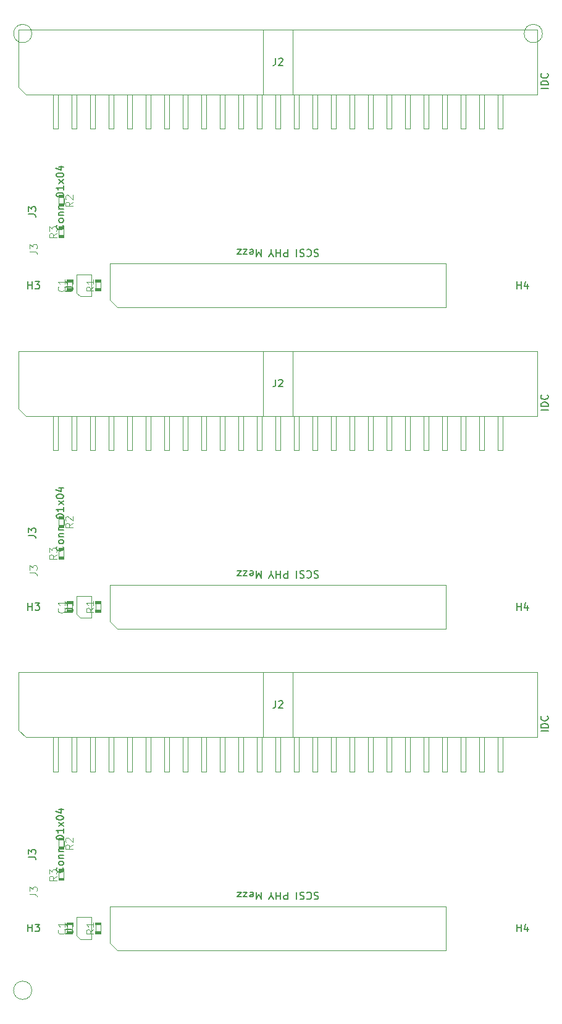
<source format=gbr>
G04 #@! TF.GenerationSoftware,KiCad,Pcbnew,8.0.6*
G04 #@! TF.CreationDate,2024-11-07T02:27:35-08:00*
G04 #@! TF.ProjectId,mse-50-idc-panel,6d73652d-3530-42d6-9964-632d70616e65,1*
G04 #@! TF.SameCoordinates,Original*
G04 #@! TF.FileFunction,AssemblyDrawing,Top*
%FSLAX46Y46*%
G04 Gerber Fmt 4.6, Leading zero omitted, Abs format (unit mm)*
G04 Created by KiCad (PCBNEW 8.0.6) date 2024-11-07 02:27:35*
%MOMM*%
%LPD*%
G01*
G04 APERTURE LIST*
%ADD10C,0.150000*%
%ADD11C,0.100000*%
%ADD12C,0.050000*%
%ADD13C,0.000000*%
G04 APERTURE END LIST*
D10*
X-465181Y37977001D02*
X-1465181Y37977001D01*
X-465181Y38453191D02*
X-1465181Y38453191D01*
X-1465181Y38453191D02*
X-1465181Y38691286D01*
X-1465181Y38691286D02*
X-1417562Y38834143D01*
X-1417562Y38834143D02*
X-1322324Y38929381D01*
X-1322324Y38929381D02*
X-1227086Y38977000D01*
X-1227086Y38977000D02*
X-1036610Y39024619D01*
X-1036610Y39024619D02*
X-893753Y39024619D01*
X-893753Y39024619D02*
X-703277Y38977000D01*
X-703277Y38977000D02*
X-608039Y38929381D01*
X-608039Y38929381D02*
X-512800Y38834143D01*
X-512800Y38834143D02*
X-465181Y38691286D01*
X-465181Y38691286D02*
X-465181Y38453191D01*
X-560420Y40024619D02*
X-512800Y39977000D01*
X-512800Y39977000D02*
X-465181Y39834143D01*
X-465181Y39834143D02*
X-465181Y39738905D01*
X-465181Y39738905D02*
X-512800Y39596048D01*
X-512800Y39596048D02*
X-608039Y39500810D01*
X-608039Y39500810D02*
X-703277Y39453191D01*
X-703277Y39453191D02*
X-893753Y39405572D01*
X-893753Y39405572D02*
X-1036610Y39405572D01*
X-1036610Y39405572D02*
X-1227086Y39453191D01*
X-1227086Y39453191D02*
X-1322324Y39500810D01*
X-1322324Y39500810D02*
X-1417562Y39596048D01*
X-1417562Y39596048D02*
X-1465181Y39738905D01*
X-1465181Y39738905D02*
X-1465181Y39834143D01*
X-1465181Y39834143D02*
X-1417562Y39977000D01*
X-1417562Y39977000D02*
X-1369943Y40024619D01*
X-37833334Y42137181D02*
X-37833334Y41422896D01*
X-37833334Y41422896D02*
X-37880953Y41280039D01*
X-37880953Y41280039D02*
X-37976191Y41184800D01*
X-37976191Y41184800D02*
X-38119048Y41137181D01*
X-38119048Y41137181D02*
X-38214286Y41137181D01*
X-37404762Y42041943D02*
X-37357143Y42089562D01*
X-37357143Y42089562D02*
X-37261905Y42137181D01*
X-37261905Y42137181D02*
X-37023810Y42137181D01*
X-37023810Y42137181D02*
X-36928572Y42089562D01*
X-36928572Y42089562D02*
X-36880953Y42041943D01*
X-36880953Y42041943D02*
X-36833334Y41946705D01*
X-36833334Y41946705D02*
X-36833334Y41851467D01*
X-36833334Y41851467D02*
X-36880953Y41708610D01*
X-36880953Y41708610D02*
X-37452381Y41137181D01*
X-37452381Y41137181D02*
X-36833334Y41137181D01*
X-71761905Y10547181D02*
X-71761905Y11547181D01*
X-71761905Y11070991D02*
X-71190477Y11070991D01*
X-71190477Y10547181D02*
X-71190477Y11547181D01*
X-70809524Y11547181D02*
X-70190477Y11547181D01*
X-70190477Y11547181D02*
X-70523810Y11166229D01*
X-70523810Y11166229D02*
X-70380953Y11166229D01*
X-70380953Y11166229D02*
X-70285715Y11118610D01*
X-70285715Y11118610D02*
X-70238096Y11070991D01*
X-70238096Y11070991D02*
X-70190477Y10975753D01*
X-70190477Y10975753D02*
X-70190477Y10737658D01*
X-70190477Y10737658D02*
X-70238096Y10642420D01*
X-70238096Y10642420D02*
X-70285715Y10594800D01*
X-70285715Y10594800D02*
X-70380953Y10547181D01*
X-70380953Y10547181D02*
X-70666667Y10547181D01*
X-70666667Y10547181D02*
X-70761905Y10594800D01*
X-70761905Y10594800D02*
X-70809524Y10642420D01*
X-66645182Y98240096D02*
X-65835659Y98240096D01*
X-65835659Y98240096D02*
X-65740421Y98287715D01*
X-65740421Y98287715D02*
X-65692801Y98335334D01*
X-65692801Y98335334D02*
X-65645182Y98430572D01*
X-65645182Y98430572D02*
X-65645182Y98621048D01*
X-65645182Y98621048D02*
X-65692801Y98716286D01*
X-65692801Y98716286D02*
X-65740421Y98763905D01*
X-65740421Y98763905D02*
X-65835659Y98811524D01*
X-65835659Y98811524D02*
X-66645182Y98811524D01*
X-65645182Y99811524D02*
X-65645182Y99240096D01*
X-65645182Y99525810D02*
X-66645182Y99525810D01*
X-66645182Y99525810D02*
X-66502325Y99430572D01*
X-66502325Y99430572D02*
X-66407087Y99335334D01*
X-66407087Y99335334D02*
X-66359468Y99240096D01*
X-465181Y81977001D02*
X-1465181Y81977001D01*
X-465181Y82453191D02*
X-1465181Y82453191D01*
X-1465181Y82453191D02*
X-1465181Y82691286D01*
X-1465181Y82691286D02*
X-1417562Y82834143D01*
X-1417562Y82834143D02*
X-1322324Y82929381D01*
X-1322324Y82929381D02*
X-1227086Y82977000D01*
X-1227086Y82977000D02*
X-1036610Y83024619D01*
X-1036610Y83024619D02*
X-893753Y83024619D01*
X-893753Y83024619D02*
X-703277Y82977000D01*
X-703277Y82977000D02*
X-608039Y82929381D01*
X-608039Y82929381D02*
X-512800Y82834143D01*
X-512800Y82834143D02*
X-465181Y82691286D01*
X-465181Y82691286D02*
X-465181Y82453191D01*
X-560420Y84024619D02*
X-512800Y83977000D01*
X-512800Y83977000D02*
X-465181Y83834143D01*
X-465181Y83834143D02*
X-465181Y83738905D01*
X-465181Y83738905D02*
X-512800Y83596048D01*
X-512800Y83596048D02*
X-608039Y83500810D01*
X-608039Y83500810D02*
X-703277Y83453191D01*
X-703277Y83453191D02*
X-893753Y83405572D01*
X-893753Y83405572D02*
X-1036610Y83405572D01*
X-1036610Y83405572D02*
X-1227086Y83453191D01*
X-1227086Y83453191D02*
X-1322324Y83500810D01*
X-1322324Y83500810D02*
X-1417562Y83596048D01*
X-1417562Y83596048D02*
X-1465181Y83738905D01*
X-1465181Y83738905D02*
X-1465181Y83834143D01*
X-1465181Y83834143D02*
X-1417562Y83977000D01*
X-1417562Y83977000D02*
X-1369943Y84024619D01*
X-37833334Y86137181D02*
X-37833334Y85422896D01*
X-37833334Y85422896D02*
X-37880953Y85280039D01*
X-37880953Y85280039D02*
X-37976191Y85184800D01*
X-37976191Y85184800D02*
X-38119048Y85137181D01*
X-38119048Y85137181D02*
X-38214286Y85137181D01*
X-37404762Y86041943D02*
X-37357143Y86089562D01*
X-37357143Y86089562D02*
X-37261905Y86137181D01*
X-37261905Y86137181D02*
X-37023810Y86137181D01*
X-37023810Y86137181D02*
X-36928572Y86089562D01*
X-36928572Y86089562D02*
X-36880953Y86041943D01*
X-36880953Y86041943D02*
X-36833334Y85946705D01*
X-36833334Y85946705D02*
X-36833334Y85851467D01*
X-36833334Y85851467D02*
X-36880953Y85708610D01*
X-36880953Y85708610D02*
X-37452381Y85137181D01*
X-37452381Y85137181D02*
X-36833334Y85137181D01*
D11*
X-65642582Y22435334D02*
X-66118773Y22102001D01*
X-65642582Y21863906D02*
X-66642582Y21863906D01*
X-66642582Y21863906D02*
X-66642582Y22244858D01*
X-66642582Y22244858D02*
X-66594963Y22340096D01*
X-66594963Y22340096D02*
X-66547344Y22387715D01*
X-66547344Y22387715D02*
X-66452106Y22435334D01*
X-66452106Y22435334D02*
X-66309249Y22435334D01*
X-66309249Y22435334D02*
X-66214011Y22387715D01*
X-66214011Y22387715D02*
X-66166392Y22340096D01*
X-66166392Y22340096D02*
X-66118773Y22244858D01*
X-66118773Y22244858D02*
X-66118773Y21863906D01*
X-66547344Y22816287D02*
X-66594963Y22863906D01*
X-66594963Y22863906D02*
X-66642582Y22959144D01*
X-66642582Y22959144D02*
X-66642582Y23197239D01*
X-66642582Y23197239D02*
X-66594963Y23292477D01*
X-66594963Y23292477D02*
X-66547344Y23340096D01*
X-66547344Y23340096D02*
X-66452106Y23387715D01*
X-66452106Y23387715D02*
X-66356868Y23387715D01*
X-66356868Y23387715D02*
X-66214011Y23340096D01*
X-66214011Y23340096D02*
X-65642582Y22768668D01*
X-65642582Y22768668D02*
X-65642582Y23387715D01*
X-71542581Y59668667D02*
X-70828296Y59668667D01*
X-70828296Y59668667D02*
X-70685439Y59621048D01*
X-70685439Y59621048D02*
X-70590200Y59525810D01*
X-70590200Y59525810D02*
X-70542581Y59382953D01*
X-70542581Y59382953D02*
X-70542581Y59287715D01*
X-71542581Y60049620D02*
X-71542581Y60668667D01*
X-71542581Y60668667D02*
X-71161629Y60335334D01*
X-71161629Y60335334D02*
X-71161629Y60478191D01*
X-71161629Y60478191D02*
X-71114010Y60573429D01*
X-71114010Y60573429D02*
X-71066391Y60621048D01*
X-71066391Y60621048D02*
X-70971153Y60668667D01*
X-70971153Y60668667D02*
X-70733058Y60668667D01*
X-70733058Y60668667D02*
X-70637820Y60621048D01*
X-70637820Y60621048D02*
X-70590200Y60573429D01*
X-70590200Y60573429D02*
X-70542581Y60478191D01*
X-70542581Y60478191D02*
X-70542581Y60192477D01*
X-70542581Y60192477D02*
X-70590200Y60097239D01*
X-70590200Y60097239D02*
X-70637820Y60049620D01*
D10*
X-67000421Y63273905D02*
X-66952801Y63226286D01*
X-66952801Y63226286D02*
X-66905182Y63083429D01*
X-66905182Y63083429D02*
X-66905182Y62988191D01*
X-66905182Y62988191D02*
X-66952801Y62845334D01*
X-66952801Y62845334D02*
X-67048040Y62750096D01*
X-67048040Y62750096D02*
X-67143278Y62702477D01*
X-67143278Y62702477D02*
X-67333754Y62654858D01*
X-67333754Y62654858D02*
X-67476611Y62654858D01*
X-67476611Y62654858D02*
X-67667087Y62702477D01*
X-67667087Y62702477D02*
X-67762325Y62750096D01*
X-67762325Y62750096D02*
X-67857563Y62845334D01*
X-67857563Y62845334D02*
X-67905182Y62988191D01*
X-67905182Y62988191D02*
X-67905182Y63083429D01*
X-67905182Y63083429D02*
X-67857563Y63226286D01*
X-67857563Y63226286D02*
X-67809944Y63273905D01*
X-66905182Y63845334D02*
X-66952801Y63750096D01*
X-66952801Y63750096D02*
X-67000421Y63702477D01*
X-67000421Y63702477D02*
X-67095659Y63654858D01*
X-67095659Y63654858D02*
X-67381373Y63654858D01*
X-67381373Y63654858D02*
X-67476611Y63702477D01*
X-67476611Y63702477D02*
X-67524230Y63750096D01*
X-67524230Y63750096D02*
X-67571849Y63845334D01*
X-67571849Y63845334D02*
X-67571849Y63988191D01*
X-67571849Y63988191D02*
X-67524230Y64083429D01*
X-67524230Y64083429D02*
X-67476611Y64131048D01*
X-67476611Y64131048D02*
X-67381373Y64178667D01*
X-67381373Y64178667D02*
X-67095659Y64178667D01*
X-67095659Y64178667D02*
X-67000421Y64131048D01*
X-67000421Y64131048D02*
X-66952801Y64083429D01*
X-66952801Y64083429D02*
X-66905182Y63988191D01*
X-66905182Y63988191D02*
X-66905182Y63845334D01*
X-67571849Y64607239D02*
X-66905182Y64607239D01*
X-67476611Y64607239D02*
X-67524230Y64654858D01*
X-67524230Y64654858D02*
X-67571849Y64750096D01*
X-67571849Y64750096D02*
X-67571849Y64892953D01*
X-67571849Y64892953D02*
X-67524230Y64988191D01*
X-67524230Y64988191D02*
X-67428992Y65035810D01*
X-67428992Y65035810D02*
X-66905182Y65035810D01*
X-67571849Y65512001D02*
X-66905182Y65512001D01*
X-67476611Y65512001D02*
X-67524230Y65559620D01*
X-67524230Y65559620D02*
X-67571849Y65654858D01*
X-67571849Y65654858D02*
X-67571849Y65797715D01*
X-67571849Y65797715D02*
X-67524230Y65892953D01*
X-67524230Y65892953D02*
X-67428992Y65940572D01*
X-67428992Y65940572D02*
X-66905182Y65940572D01*
X-66809944Y66178667D02*
X-66809944Y66940572D01*
X-67905182Y67369144D02*
X-67905182Y67464382D01*
X-67905182Y67464382D02*
X-67857563Y67559620D01*
X-67857563Y67559620D02*
X-67809944Y67607239D01*
X-67809944Y67607239D02*
X-67714706Y67654858D01*
X-67714706Y67654858D02*
X-67524230Y67702477D01*
X-67524230Y67702477D02*
X-67286135Y67702477D01*
X-67286135Y67702477D02*
X-67095659Y67654858D01*
X-67095659Y67654858D02*
X-67000421Y67607239D01*
X-67000421Y67607239D02*
X-66952801Y67559620D01*
X-66952801Y67559620D02*
X-66905182Y67464382D01*
X-66905182Y67464382D02*
X-66905182Y67369144D01*
X-66905182Y67369144D02*
X-66952801Y67273906D01*
X-66952801Y67273906D02*
X-67000421Y67226287D01*
X-67000421Y67226287D02*
X-67095659Y67178668D01*
X-67095659Y67178668D02*
X-67286135Y67131049D01*
X-67286135Y67131049D02*
X-67524230Y67131049D01*
X-67524230Y67131049D02*
X-67714706Y67178668D01*
X-67714706Y67178668D02*
X-67809944Y67226287D01*
X-67809944Y67226287D02*
X-67857563Y67273906D01*
X-67857563Y67273906D02*
X-67905182Y67369144D01*
X-66905182Y68654858D02*
X-66905182Y68083430D01*
X-66905182Y68369144D02*
X-67905182Y68369144D01*
X-67905182Y68369144D02*
X-67762325Y68273906D01*
X-67762325Y68273906D02*
X-67667087Y68178668D01*
X-67667087Y68178668D02*
X-67619468Y68083430D01*
X-66905182Y68988192D02*
X-67571849Y69512001D01*
X-67571849Y68988192D02*
X-66905182Y69512001D01*
X-67905182Y70083430D02*
X-67905182Y70178668D01*
X-67905182Y70178668D02*
X-67857563Y70273906D01*
X-67857563Y70273906D02*
X-67809944Y70321525D01*
X-67809944Y70321525D02*
X-67714706Y70369144D01*
X-67714706Y70369144D02*
X-67524230Y70416763D01*
X-67524230Y70416763D02*
X-67286135Y70416763D01*
X-67286135Y70416763D02*
X-67095659Y70369144D01*
X-67095659Y70369144D02*
X-67000421Y70321525D01*
X-67000421Y70321525D02*
X-66952801Y70273906D01*
X-66952801Y70273906D02*
X-66905182Y70178668D01*
X-66905182Y70178668D02*
X-66905182Y70083430D01*
X-66905182Y70083430D02*
X-66952801Y69988192D01*
X-66952801Y69988192D02*
X-67000421Y69940573D01*
X-67000421Y69940573D02*
X-67095659Y69892954D01*
X-67095659Y69892954D02*
X-67286135Y69845335D01*
X-67286135Y69845335D02*
X-67524230Y69845335D01*
X-67524230Y69845335D02*
X-67714706Y69892954D01*
X-67714706Y69892954D02*
X-67809944Y69940573D01*
X-67809944Y69940573D02*
X-67857563Y69988192D01*
X-67857563Y69988192D02*
X-67905182Y70083430D01*
X-67571849Y71273906D02*
X-66905182Y71273906D01*
X-67952801Y71035811D02*
X-67238516Y70797716D01*
X-67238516Y70797716D02*
X-67238516Y71416763D01*
X-71715181Y64773667D02*
X-71000896Y64773667D01*
X-71000896Y64773667D02*
X-70858039Y64726048D01*
X-70858039Y64726048D02*
X-70762800Y64630810D01*
X-70762800Y64630810D02*
X-70715181Y64487953D01*
X-70715181Y64487953D02*
X-70715181Y64392715D01*
X-71715181Y65154620D02*
X-71715181Y65773667D01*
X-71715181Y65773667D02*
X-71334229Y65440334D01*
X-71334229Y65440334D02*
X-71334229Y65583191D01*
X-71334229Y65583191D02*
X-71286610Y65678429D01*
X-71286610Y65678429D02*
X-71238991Y65726048D01*
X-71238991Y65726048D02*
X-71143753Y65773667D01*
X-71143753Y65773667D02*
X-70905658Y65773667D01*
X-70905658Y65773667D02*
X-70810420Y65726048D01*
X-70810420Y65726048D02*
X-70762800Y65678429D01*
X-70762800Y65678429D02*
X-70715181Y65583191D01*
X-70715181Y65583191D02*
X-70715181Y65297477D01*
X-70715181Y65297477D02*
X-70762800Y65202239D01*
X-70762800Y65202239D02*
X-70810420Y65154620D01*
D11*
X-65642582Y110435334D02*
X-66118773Y110102001D01*
X-65642582Y109863906D02*
X-66642582Y109863906D01*
X-66642582Y109863906D02*
X-66642582Y110244858D01*
X-66642582Y110244858D02*
X-66594963Y110340096D01*
X-66594963Y110340096D02*
X-66547344Y110387715D01*
X-66547344Y110387715D02*
X-66452106Y110435334D01*
X-66452106Y110435334D02*
X-66309249Y110435334D01*
X-66309249Y110435334D02*
X-66214011Y110387715D01*
X-66214011Y110387715D02*
X-66166392Y110340096D01*
X-66166392Y110340096D02*
X-66118773Y110244858D01*
X-66118773Y110244858D02*
X-66118773Y109863906D01*
X-66547344Y110816287D02*
X-66594963Y110863906D01*
X-66594963Y110863906D02*
X-66642582Y110959144D01*
X-66642582Y110959144D02*
X-66642582Y111197239D01*
X-66642582Y111197239D02*
X-66594963Y111292477D01*
X-66594963Y111292477D02*
X-66547344Y111340096D01*
X-66547344Y111340096D02*
X-66452106Y111387715D01*
X-66452106Y111387715D02*
X-66356868Y111387715D01*
X-66356868Y111387715D02*
X-66214011Y111340096D01*
X-66214011Y111340096D02*
X-65642582Y110768668D01*
X-65642582Y110768668D02*
X-65642582Y111387715D01*
X-62792580Y54835334D02*
X-63268771Y54502001D01*
X-62792580Y54263906D02*
X-63792580Y54263906D01*
X-63792580Y54263906D02*
X-63792580Y54644858D01*
X-63792580Y54644858D02*
X-63744961Y54740096D01*
X-63744961Y54740096D02*
X-63697342Y54787715D01*
X-63697342Y54787715D02*
X-63602104Y54835334D01*
X-63602104Y54835334D02*
X-63459247Y54835334D01*
X-63459247Y54835334D02*
X-63364009Y54787715D01*
X-63364009Y54787715D02*
X-63316390Y54740096D01*
X-63316390Y54740096D02*
X-63268771Y54644858D01*
X-63268771Y54644858D02*
X-63268771Y54263906D01*
X-62792580Y55787715D02*
X-62792580Y55216287D01*
X-62792580Y55502001D02*
X-63792580Y55502001D01*
X-63792580Y55502001D02*
X-63649723Y55406763D01*
X-63649723Y55406763D02*
X-63554485Y55311525D01*
X-63554485Y55311525D02*
X-63506866Y55216287D01*
X-65642582Y66435334D02*
X-66118773Y66102001D01*
X-65642582Y65863906D02*
X-66642582Y65863906D01*
X-66642582Y65863906D02*
X-66642582Y66244858D01*
X-66642582Y66244858D02*
X-66594963Y66340096D01*
X-66594963Y66340096D02*
X-66547344Y66387715D01*
X-66547344Y66387715D02*
X-66452106Y66435334D01*
X-66452106Y66435334D02*
X-66309249Y66435334D01*
X-66309249Y66435334D02*
X-66214011Y66387715D01*
X-66214011Y66387715D02*
X-66166392Y66340096D01*
X-66166392Y66340096D02*
X-66118773Y66244858D01*
X-66118773Y66244858D02*
X-66118773Y65863906D01*
X-66547344Y66816287D02*
X-66594963Y66863906D01*
X-66594963Y66863906D02*
X-66642582Y66959144D01*
X-66642582Y66959144D02*
X-66642582Y67197239D01*
X-66642582Y67197239D02*
X-66594963Y67292477D01*
X-66594963Y67292477D02*
X-66547344Y67340096D01*
X-66547344Y67340096D02*
X-66452106Y67387715D01*
X-66452106Y67387715D02*
X-66356868Y67387715D01*
X-66356868Y67387715D02*
X-66214011Y67340096D01*
X-66214011Y67340096D02*
X-65642582Y66768668D01*
X-65642582Y66768668D02*
X-65642582Y67387715D01*
D10*
X-31976191Y15909201D02*
X-32119048Y15956821D01*
X-32119048Y15956821D02*
X-32357143Y15956821D01*
X-32357143Y15956821D02*
X-32452381Y15909201D01*
X-32452381Y15909201D02*
X-32500000Y15861582D01*
X-32500000Y15861582D02*
X-32547619Y15766344D01*
X-32547619Y15766344D02*
X-32547619Y15671106D01*
X-32547619Y15671106D02*
X-32500000Y15575868D01*
X-32500000Y15575868D02*
X-32452381Y15528249D01*
X-32452381Y15528249D02*
X-32357143Y15480630D01*
X-32357143Y15480630D02*
X-32166667Y15433011D01*
X-32166667Y15433011D02*
X-32071429Y15385392D01*
X-32071429Y15385392D02*
X-32023810Y15337773D01*
X-32023810Y15337773D02*
X-31976191Y15242535D01*
X-31976191Y15242535D02*
X-31976191Y15147297D01*
X-31976191Y15147297D02*
X-32023810Y15052059D01*
X-32023810Y15052059D02*
X-32071429Y15004440D01*
X-32071429Y15004440D02*
X-32166667Y14956821D01*
X-32166667Y14956821D02*
X-32404762Y14956821D01*
X-32404762Y14956821D02*
X-32547619Y15004440D01*
X-33547619Y15861582D02*
X-33500000Y15909201D01*
X-33500000Y15909201D02*
X-33357143Y15956821D01*
X-33357143Y15956821D02*
X-33261905Y15956821D01*
X-33261905Y15956821D02*
X-33119048Y15909201D01*
X-33119048Y15909201D02*
X-33023810Y15813963D01*
X-33023810Y15813963D02*
X-32976191Y15718725D01*
X-32976191Y15718725D02*
X-32928572Y15528249D01*
X-32928572Y15528249D02*
X-32928572Y15385392D01*
X-32928572Y15385392D02*
X-32976191Y15194916D01*
X-32976191Y15194916D02*
X-33023810Y15099678D01*
X-33023810Y15099678D02*
X-33119048Y15004440D01*
X-33119048Y15004440D02*
X-33261905Y14956821D01*
X-33261905Y14956821D02*
X-33357143Y14956821D01*
X-33357143Y14956821D02*
X-33500000Y15004440D01*
X-33500000Y15004440D02*
X-33547619Y15052059D01*
X-33928572Y15909201D02*
X-34071429Y15956821D01*
X-34071429Y15956821D02*
X-34309524Y15956821D01*
X-34309524Y15956821D02*
X-34404762Y15909201D01*
X-34404762Y15909201D02*
X-34452381Y15861582D01*
X-34452381Y15861582D02*
X-34500000Y15766344D01*
X-34500000Y15766344D02*
X-34500000Y15671106D01*
X-34500000Y15671106D02*
X-34452381Y15575868D01*
X-34452381Y15575868D02*
X-34404762Y15528249D01*
X-34404762Y15528249D02*
X-34309524Y15480630D01*
X-34309524Y15480630D02*
X-34119048Y15433011D01*
X-34119048Y15433011D02*
X-34023810Y15385392D01*
X-34023810Y15385392D02*
X-33976191Y15337773D01*
X-33976191Y15337773D02*
X-33928572Y15242535D01*
X-33928572Y15242535D02*
X-33928572Y15147297D01*
X-33928572Y15147297D02*
X-33976191Y15052059D01*
X-33976191Y15052059D02*
X-34023810Y15004440D01*
X-34023810Y15004440D02*
X-34119048Y14956821D01*
X-34119048Y14956821D02*
X-34357143Y14956821D01*
X-34357143Y14956821D02*
X-34500000Y15004440D01*
X-34928572Y15956821D02*
X-34928572Y14956821D01*
X-36166667Y15956821D02*
X-36166667Y14956821D01*
X-36166667Y14956821D02*
X-36547619Y14956821D01*
X-36547619Y14956821D02*
X-36642857Y15004440D01*
X-36642857Y15004440D02*
X-36690476Y15052059D01*
X-36690476Y15052059D02*
X-36738095Y15147297D01*
X-36738095Y15147297D02*
X-36738095Y15290154D01*
X-36738095Y15290154D02*
X-36690476Y15385392D01*
X-36690476Y15385392D02*
X-36642857Y15433011D01*
X-36642857Y15433011D02*
X-36547619Y15480630D01*
X-36547619Y15480630D02*
X-36166667Y15480630D01*
X-37166667Y15956821D02*
X-37166667Y14956821D01*
X-37166667Y15433011D02*
X-37738095Y15433011D01*
X-37738095Y15956821D02*
X-37738095Y14956821D01*
X-38404762Y15480630D02*
X-38404762Y15956821D01*
X-38071429Y14956821D02*
X-38404762Y15480630D01*
X-38404762Y15480630D02*
X-38738095Y14956821D01*
X-39833334Y15956821D02*
X-39833334Y14956821D01*
X-39833334Y14956821D02*
X-40166667Y15671106D01*
X-40166667Y15671106D02*
X-40500000Y14956821D01*
X-40500000Y14956821D02*
X-40500000Y15956821D01*
X-41357143Y15909201D02*
X-41261905Y15956821D01*
X-41261905Y15956821D02*
X-41071429Y15956821D01*
X-41071429Y15956821D02*
X-40976191Y15909201D01*
X-40976191Y15909201D02*
X-40928572Y15813963D01*
X-40928572Y15813963D02*
X-40928572Y15433011D01*
X-40928572Y15433011D02*
X-40976191Y15337773D01*
X-40976191Y15337773D02*
X-41071429Y15290154D01*
X-41071429Y15290154D02*
X-41261905Y15290154D01*
X-41261905Y15290154D02*
X-41357143Y15337773D01*
X-41357143Y15337773D02*
X-41404762Y15433011D01*
X-41404762Y15433011D02*
X-41404762Y15528249D01*
X-41404762Y15528249D02*
X-40928572Y15623487D01*
X-41738096Y15290154D02*
X-42261905Y15290154D01*
X-42261905Y15290154D02*
X-41738096Y15956821D01*
X-41738096Y15956821D02*
X-42261905Y15956821D01*
X-42547620Y15290154D02*
X-43071429Y15290154D01*
X-43071429Y15290154D02*
X-42547620Y15956821D01*
X-42547620Y15956821D02*
X-43071429Y15956821D01*
D11*
X-67842580Y106135334D02*
X-68318771Y105802001D01*
X-67842580Y105563906D02*
X-68842580Y105563906D01*
X-68842580Y105563906D02*
X-68842580Y105944858D01*
X-68842580Y105944858D02*
X-68794961Y106040096D01*
X-68794961Y106040096D02*
X-68747342Y106087715D01*
X-68747342Y106087715D02*
X-68652104Y106135334D01*
X-68652104Y106135334D02*
X-68509247Y106135334D01*
X-68509247Y106135334D02*
X-68414009Y106087715D01*
X-68414009Y106087715D02*
X-68366390Y106040096D01*
X-68366390Y106040096D02*
X-68318771Y105944858D01*
X-68318771Y105944858D02*
X-68318771Y105563906D01*
X-68842580Y106468668D02*
X-68842580Y107087715D01*
X-68842580Y107087715D02*
X-68461628Y106754382D01*
X-68461628Y106754382D02*
X-68461628Y106897239D01*
X-68461628Y106897239D02*
X-68414009Y106992477D01*
X-68414009Y106992477D02*
X-68366390Y107040096D01*
X-68366390Y107040096D02*
X-68271152Y107087715D01*
X-68271152Y107087715D02*
X-68033057Y107087715D01*
X-68033057Y107087715D02*
X-67937819Y107040096D01*
X-67937819Y107040096D02*
X-67890199Y106992477D01*
X-67890199Y106992477D02*
X-67842580Y106897239D01*
X-67842580Y106897239D02*
X-67842580Y106611525D01*
X-67842580Y106611525D02*
X-67890199Y106516287D01*
X-67890199Y106516287D02*
X-67937819Y106468668D01*
X-62792580Y10835334D02*
X-63268771Y10502001D01*
X-62792580Y10263906D02*
X-63792580Y10263906D01*
X-63792580Y10263906D02*
X-63792580Y10644858D01*
X-63792580Y10644858D02*
X-63744961Y10740096D01*
X-63744961Y10740096D02*
X-63697342Y10787715D01*
X-63697342Y10787715D02*
X-63602104Y10835334D01*
X-63602104Y10835334D02*
X-63459247Y10835334D01*
X-63459247Y10835334D02*
X-63364009Y10787715D01*
X-63364009Y10787715D02*
X-63316390Y10740096D01*
X-63316390Y10740096D02*
X-63268771Y10644858D01*
X-63268771Y10644858D02*
X-63268771Y10263906D01*
X-62792580Y11787715D02*
X-62792580Y11216287D01*
X-62792580Y11502001D02*
X-63792580Y11502001D01*
X-63792580Y11502001D02*
X-63649723Y11406763D01*
X-63649723Y11406763D02*
X-63554485Y11311525D01*
X-63554485Y11311525D02*
X-63506866Y11216287D01*
D10*
X-4761905Y98547181D02*
X-4761905Y99547181D01*
X-4761905Y99070991D02*
X-4190477Y99070991D01*
X-4190477Y98547181D02*
X-4190477Y99547181D01*
X-3285715Y99213848D02*
X-3285715Y98547181D01*
X-3523810Y99594800D02*
X-3761905Y98880515D01*
X-3761905Y98880515D02*
X-3142858Y98880515D01*
X-71761905Y98547181D02*
X-71761905Y99547181D01*
X-71761905Y99070991D02*
X-71190477Y99070991D01*
X-71190477Y98547181D02*
X-71190477Y99547181D01*
X-70809524Y99547181D02*
X-70190477Y99547181D01*
X-70190477Y99547181D02*
X-70523810Y99166229D01*
X-70523810Y99166229D02*
X-70380953Y99166229D01*
X-70380953Y99166229D02*
X-70285715Y99118610D01*
X-70285715Y99118610D02*
X-70238096Y99070991D01*
X-70238096Y99070991D02*
X-70190477Y98975753D01*
X-70190477Y98975753D02*
X-70190477Y98737658D01*
X-70190477Y98737658D02*
X-70238096Y98642420D01*
X-70238096Y98642420D02*
X-70285715Y98594800D01*
X-70285715Y98594800D02*
X-70380953Y98547181D01*
X-70380953Y98547181D02*
X-70666667Y98547181D01*
X-70666667Y98547181D02*
X-70761905Y98594800D01*
X-70761905Y98594800D02*
X-70809524Y98642420D01*
D11*
X-62792580Y98835334D02*
X-63268771Y98502001D01*
X-62792580Y98263906D02*
X-63792580Y98263906D01*
X-63792580Y98263906D02*
X-63792580Y98644858D01*
X-63792580Y98644858D02*
X-63744961Y98740096D01*
X-63744961Y98740096D02*
X-63697342Y98787715D01*
X-63697342Y98787715D02*
X-63602104Y98835334D01*
X-63602104Y98835334D02*
X-63459247Y98835334D01*
X-63459247Y98835334D02*
X-63364009Y98787715D01*
X-63364009Y98787715D02*
X-63316390Y98740096D01*
X-63316390Y98740096D02*
X-63268771Y98644858D01*
X-63268771Y98644858D02*
X-63268771Y98263906D01*
X-62792580Y99787715D02*
X-62792580Y99216287D01*
X-62792580Y99502001D02*
X-63792580Y99502001D01*
X-63792580Y99502001D02*
X-63649723Y99406763D01*
X-63649723Y99406763D02*
X-63554485Y99311525D01*
X-63554485Y99311525D02*
X-63506866Y99216287D01*
X-67842580Y62135334D02*
X-68318771Y61802001D01*
X-67842580Y61563906D02*
X-68842580Y61563906D01*
X-68842580Y61563906D02*
X-68842580Y61944858D01*
X-68842580Y61944858D02*
X-68794961Y62040096D01*
X-68794961Y62040096D02*
X-68747342Y62087715D01*
X-68747342Y62087715D02*
X-68652104Y62135334D01*
X-68652104Y62135334D02*
X-68509247Y62135334D01*
X-68509247Y62135334D02*
X-68414009Y62087715D01*
X-68414009Y62087715D02*
X-68366390Y62040096D01*
X-68366390Y62040096D02*
X-68318771Y61944858D01*
X-68318771Y61944858D02*
X-68318771Y61563906D01*
X-68842580Y62468668D02*
X-68842580Y63087715D01*
X-68842580Y63087715D02*
X-68461628Y62754382D01*
X-68461628Y62754382D02*
X-68461628Y62897239D01*
X-68461628Y62897239D02*
X-68414009Y62992477D01*
X-68414009Y62992477D02*
X-68366390Y63040096D01*
X-68366390Y63040096D02*
X-68271152Y63087715D01*
X-68271152Y63087715D02*
X-68033057Y63087715D01*
X-68033057Y63087715D02*
X-67937819Y63040096D01*
X-67937819Y63040096D02*
X-67890199Y62992477D01*
X-67890199Y62992477D02*
X-67842580Y62897239D01*
X-67842580Y62897239D02*
X-67842580Y62611525D01*
X-67842580Y62611525D02*
X-67890199Y62516287D01*
X-67890199Y62516287D02*
X-67937819Y62468668D01*
D10*
X-4761905Y10547181D02*
X-4761905Y11547181D01*
X-4761905Y11070991D02*
X-4190477Y11070991D01*
X-4190477Y10547181D02*
X-4190477Y11547181D01*
X-3285715Y11213848D02*
X-3285715Y10547181D01*
X-3523810Y11594800D02*
X-3761905Y10880515D01*
X-3761905Y10880515D02*
X-3142858Y10880515D01*
D11*
X-67842580Y18135334D02*
X-68318771Y17802001D01*
X-67842580Y17563906D02*
X-68842580Y17563906D01*
X-68842580Y17563906D02*
X-68842580Y17944858D01*
X-68842580Y17944858D02*
X-68794961Y18040096D01*
X-68794961Y18040096D02*
X-68747342Y18087715D01*
X-68747342Y18087715D02*
X-68652104Y18135334D01*
X-68652104Y18135334D02*
X-68509247Y18135334D01*
X-68509247Y18135334D02*
X-68414009Y18087715D01*
X-68414009Y18087715D02*
X-68366390Y18040096D01*
X-68366390Y18040096D02*
X-68318771Y17944858D01*
X-68318771Y17944858D02*
X-68318771Y17563906D01*
X-68842580Y18468668D02*
X-68842580Y19087715D01*
X-68842580Y19087715D02*
X-68461628Y18754382D01*
X-68461628Y18754382D02*
X-68461628Y18897239D01*
X-68461628Y18897239D02*
X-68414009Y18992477D01*
X-68414009Y18992477D02*
X-68366390Y19040096D01*
X-68366390Y19040096D02*
X-68271152Y19087715D01*
X-68271152Y19087715D02*
X-68033057Y19087715D01*
X-68033057Y19087715D02*
X-67937819Y19040096D01*
X-67937819Y19040096D02*
X-67890199Y18992477D01*
X-67890199Y18992477D02*
X-67842580Y18897239D01*
X-67842580Y18897239D02*
X-67842580Y18611525D01*
X-67842580Y18611525D02*
X-67890199Y18516287D01*
X-67890199Y18516287D02*
X-67937819Y18468668D01*
D10*
X-66645182Y54240096D02*
X-65835659Y54240096D01*
X-65835659Y54240096D02*
X-65740421Y54287715D01*
X-65740421Y54287715D02*
X-65692801Y54335334D01*
X-65692801Y54335334D02*
X-65645182Y54430572D01*
X-65645182Y54430572D02*
X-65645182Y54621048D01*
X-65645182Y54621048D02*
X-65692801Y54716286D01*
X-65692801Y54716286D02*
X-65740421Y54763905D01*
X-65740421Y54763905D02*
X-65835659Y54811524D01*
X-65835659Y54811524D02*
X-66645182Y54811524D01*
X-65645182Y55811524D02*
X-65645182Y55240096D01*
X-65645182Y55525810D02*
X-66645182Y55525810D01*
X-66645182Y55525810D02*
X-66502325Y55430572D01*
X-66502325Y55430572D02*
X-66407087Y55335334D01*
X-66407087Y55335334D02*
X-66359468Y55240096D01*
D11*
X-66787819Y10835334D02*
X-66740199Y10787715D01*
X-66740199Y10787715D02*
X-66692580Y10644858D01*
X-66692580Y10644858D02*
X-66692580Y10549620D01*
X-66692580Y10549620D02*
X-66740199Y10406763D01*
X-66740199Y10406763D02*
X-66835438Y10311525D01*
X-66835438Y10311525D02*
X-66930676Y10263906D01*
X-66930676Y10263906D02*
X-67121152Y10216287D01*
X-67121152Y10216287D02*
X-67264009Y10216287D01*
X-67264009Y10216287D02*
X-67454485Y10263906D01*
X-67454485Y10263906D02*
X-67549723Y10311525D01*
X-67549723Y10311525D02*
X-67644961Y10406763D01*
X-67644961Y10406763D02*
X-67692580Y10549620D01*
X-67692580Y10549620D02*
X-67692580Y10644858D01*
X-67692580Y10644858D02*
X-67644961Y10787715D01*
X-67644961Y10787715D02*
X-67597342Y10835334D01*
X-66692580Y11787715D02*
X-66692580Y11216287D01*
X-66692580Y11502001D02*
X-67692580Y11502001D01*
X-67692580Y11502001D02*
X-67549723Y11406763D01*
X-67549723Y11406763D02*
X-67454485Y11311525D01*
X-67454485Y11311525D02*
X-67406866Y11216287D01*
D10*
X-465181Y125977001D02*
X-1465181Y125977001D01*
X-465181Y126453191D02*
X-1465181Y126453191D01*
X-1465181Y126453191D02*
X-1465181Y126691286D01*
X-1465181Y126691286D02*
X-1417562Y126834143D01*
X-1417562Y126834143D02*
X-1322324Y126929381D01*
X-1322324Y126929381D02*
X-1227086Y126977000D01*
X-1227086Y126977000D02*
X-1036610Y127024619D01*
X-1036610Y127024619D02*
X-893753Y127024619D01*
X-893753Y127024619D02*
X-703277Y126977000D01*
X-703277Y126977000D02*
X-608039Y126929381D01*
X-608039Y126929381D02*
X-512800Y126834143D01*
X-512800Y126834143D02*
X-465181Y126691286D01*
X-465181Y126691286D02*
X-465181Y126453191D01*
X-560420Y128024619D02*
X-512800Y127977000D01*
X-512800Y127977000D02*
X-465181Y127834143D01*
X-465181Y127834143D02*
X-465181Y127738905D01*
X-465181Y127738905D02*
X-512800Y127596048D01*
X-512800Y127596048D02*
X-608039Y127500810D01*
X-608039Y127500810D02*
X-703277Y127453191D01*
X-703277Y127453191D02*
X-893753Y127405572D01*
X-893753Y127405572D02*
X-1036610Y127405572D01*
X-1036610Y127405572D02*
X-1227086Y127453191D01*
X-1227086Y127453191D02*
X-1322324Y127500810D01*
X-1322324Y127500810D02*
X-1417562Y127596048D01*
X-1417562Y127596048D02*
X-1465181Y127738905D01*
X-1465181Y127738905D02*
X-1465181Y127834143D01*
X-1465181Y127834143D02*
X-1417562Y127977000D01*
X-1417562Y127977000D02*
X-1369943Y128024619D01*
X-37833334Y130137181D02*
X-37833334Y129422896D01*
X-37833334Y129422896D02*
X-37880953Y129280039D01*
X-37880953Y129280039D02*
X-37976191Y129184800D01*
X-37976191Y129184800D02*
X-38119048Y129137181D01*
X-38119048Y129137181D02*
X-38214286Y129137181D01*
X-37404762Y130041943D02*
X-37357143Y130089562D01*
X-37357143Y130089562D02*
X-37261905Y130137181D01*
X-37261905Y130137181D02*
X-37023810Y130137181D01*
X-37023810Y130137181D02*
X-36928572Y130089562D01*
X-36928572Y130089562D02*
X-36880953Y130041943D01*
X-36880953Y130041943D02*
X-36833334Y129946705D01*
X-36833334Y129946705D02*
X-36833334Y129851467D01*
X-36833334Y129851467D02*
X-36880953Y129708610D01*
X-36880953Y129708610D02*
X-37452381Y129137181D01*
X-37452381Y129137181D02*
X-36833334Y129137181D01*
D11*
X-66787819Y54835334D02*
X-66740199Y54787715D01*
X-66740199Y54787715D02*
X-66692580Y54644858D01*
X-66692580Y54644858D02*
X-66692580Y54549620D01*
X-66692580Y54549620D02*
X-66740199Y54406763D01*
X-66740199Y54406763D02*
X-66835438Y54311525D01*
X-66835438Y54311525D02*
X-66930676Y54263906D01*
X-66930676Y54263906D02*
X-67121152Y54216287D01*
X-67121152Y54216287D02*
X-67264009Y54216287D01*
X-67264009Y54216287D02*
X-67454485Y54263906D01*
X-67454485Y54263906D02*
X-67549723Y54311525D01*
X-67549723Y54311525D02*
X-67644961Y54406763D01*
X-67644961Y54406763D02*
X-67692580Y54549620D01*
X-67692580Y54549620D02*
X-67692580Y54644858D01*
X-67692580Y54644858D02*
X-67644961Y54787715D01*
X-67644961Y54787715D02*
X-67597342Y54835334D01*
X-66692580Y55787715D02*
X-66692580Y55216287D01*
X-66692580Y55502001D02*
X-67692580Y55502001D01*
X-67692580Y55502001D02*
X-67549723Y55406763D01*
X-67549723Y55406763D02*
X-67454485Y55311525D01*
X-67454485Y55311525D02*
X-67406866Y55216287D01*
D10*
X-4761905Y54547181D02*
X-4761905Y55547181D01*
X-4761905Y55070991D02*
X-4190477Y55070991D01*
X-4190477Y54547181D02*
X-4190477Y55547181D01*
X-3285715Y55213848D02*
X-3285715Y54547181D01*
X-3523810Y55594800D02*
X-3761905Y54880515D01*
X-3761905Y54880515D02*
X-3142858Y54880515D01*
X-71761905Y54547181D02*
X-71761905Y55547181D01*
X-71761905Y55070991D02*
X-71190477Y55070991D01*
X-71190477Y54547181D02*
X-71190477Y55547181D01*
X-70809524Y55547181D02*
X-70190477Y55547181D01*
X-70190477Y55547181D02*
X-70523810Y55166229D01*
X-70523810Y55166229D02*
X-70380953Y55166229D01*
X-70380953Y55166229D02*
X-70285715Y55118610D01*
X-70285715Y55118610D02*
X-70238096Y55070991D01*
X-70238096Y55070991D02*
X-70190477Y54975753D01*
X-70190477Y54975753D02*
X-70190477Y54737658D01*
X-70190477Y54737658D02*
X-70238096Y54642420D01*
X-70238096Y54642420D02*
X-70285715Y54594800D01*
X-70285715Y54594800D02*
X-70380953Y54547181D01*
X-70380953Y54547181D02*
X-70666667Y54547181D01*
X-70666667Y54547181D02*
X-70761905Y54594800D01*
X-70761905Y54594800D02*
X-70809524Y54642420D01*
D11*
X-71542581Y103668667D02*
X-70828296Y103668667D01*
X-70828296Y103668667D02*
X-70685439Y103621048D01*
X-70685439Y103621048D02*
X-70590200Y103525810D01*
X-70590200Y103525810D02*
X-70542581Y103382953D01*
X-70542581Y103382953D02*
X-70542581Y103287715D01*
X-71542581Y104049620D02*
X-71542581Y104668667D01*
X-71542581Y104668667D02*
X-71161629Y104335334D01*
X-71161629Y104335334D02*
X-71161629Y104478191D01*
X-71161629Y104478191D02*
X-71114010Y104573429D01*
X-71114010Y104573429D02*
X-71066391Y104621048D01*
X-71066391Y104621048D02*
X-70971153Y104668667D01*
X-70971153Y104668667D02*
X-70733058Y104668667D01*
X-70733058Y104668667D02*
X-70637820Y104621048D01*
X-70637820Y104621048D02*
X-70590200Y104573429D01*
X-70590200Y104573429D02*
X-70542581Y104478191D01*
X-70542581Y104478191D02*
X-70542581Y104192477D01*
X-70542581Y104192477D02*
X-70590200Y104097239D01*
X-70590200Y104097239D02*
X-70637820Y104049620D01*
D10*
X-67000421Y107273905D02*
X-66952801Y107226286D01*
X-66952801Y107226286D02*
X-66905182Y107083429D01*
X-66905182Y107083429D02*
X-66905182Y106988191D01*
X-66905182Y106988191D02*
X-66952801Y106845334D01*
X-66952801Y106845334D02*
X-67048040Y106750096D01*
X-67048040Y106750096D02*
X-67143278Y106702477D01*
X-67143278Y106702477D02*
X-67333754Y106654858D01*
X-67333754Y106654858D02*
X-67476611Y106654858D01*
X-67476611Y106654858D02*
X-67667087Y106702477D01*
X-67667087Y106702477D02*
X-67762325Y106750096D01*
X-67762325Y106750096D02*
X-67857563Y106845334D01*
X-67857563Y106845334D02*
X-67905182Y106988191D01*
X-67905182Y106988191D02*
X-67905182Y107083429D01*
X-67905182Y107083429D02*
X-67857563Y107226286D01*
X-67857563Y107226286D02*
X-67809944Y107273905D01*
X-66905182Y107845334D02*
X-66952801Y107750096D01*
X-66952801Y107750096D02*
X-67000421Y107702477D01*
X-67000421Y107702477D02*
X-67095659Y107654858D01*
X-67095659Y107654858D02*
X-67381373Y107654858D01*
X-67381373Y107654858D02*
X-67476611Y107702477D01*
X-67476611Y107702477D02*
X-67524230Y107750096D01*
X-67524230Y107750096D02*
X-67571849Y107845334D01*
X-67571849Y107845334D02*
X-67571849Y107988191D01*
X-67571849Y107988191D02*
X-67524230Y108083429D01*
X-67524230Y108083429D02*
X-67476611Y108131048D01*
X-67476611Y108131048D02*
X-67381373Y108178667D01*
X-67381373Y108178667D02*
X-67095659Y108178667D01*
X-67095659Y108178667D02*
X-67000421Y108131048D01*
X-67000421Y108131048D02*
X-66952801Y108083429D01*
X-66952801Y108083429D02*
X-66905182Y107988191D01*
X-66905182Y107988191D02*
X-66905182Y107845334D01*
X-67571849Y108607239D02*
X-66905182Y108607239D01*
X-67476611Y108607239D02*
X-67524230Y108654858D01*
X-67524230Y108654858D02*
X-67571849Y108750096D01*
X-67571849Y108750096D02*
X-67571849Y108892953D01*
X-67571849Y108892953D02*
X-67524230Y108988191D01*
X-67524230Y108988191D02*
X-67428992Y109035810D01*
X-67428992Y109035810D02*
X-66905182Y109035810D01*
X-67571849Y109512001D02*
X-66905182Y109512001D01*
X-67476611Y109512001D02*
X-67524230Y109559620D01*
X-67524230Y109559620D02*
X-67571849Y109654858D01*
X-67571849Y109654858D02*
X-67571849Y109797715D01*
X-67571849Y109797715D02*
X-67524230Y109892953D01*
X-67524230Y109892953D02*
X-67428992Y109940572D01*
X-67428992Y109940572D02*
X-66905182Y109940572D01*
X-66809944Y110178667D02*
X-66809944Y110940572D01*
X-67905182Y111369144D02*
X-67905182Y111464382D01*
X-67905182Y111464382D02*
X-67857563Y111559620D01*
X-67857563Y111559620D02*
X-67809944Y111607239D01*
X-67809944Y111607239D02*
X-67714706Y111654858D01*
X-67714706Y111654858D02*
X-67524230Y111702477D01*
X-67524230Y111702477D02*
X-67286135Y111702477D01*
X-67286135Y111702477D02*
X-67095659Y111654858D01*
X-67095659Y111654858D02*
X-67000421Y111607239D01*
X-67000421Y111607239D02*
X-66952801Y111559620D01*
X-66952801Y111559620D02*
X-66905182Y111464382D01*
X-66905182Y111464382D02*
X-66905182Y111369144D01*
X-66905182Y111369144D02*
X-66952801Y111273906D01*
X-66952801Y111273906D02*
X-67000421Y111226287D01*
X-67000421Y111226287D02*
X-67095659Y111178668D01*
X-67095659Y111178668D02*
X-67286135Y111131049D01*
X-67286135Y111131049D02*
X-67524230Y111131049D01*
X-67524230Y111131049D02*
X-67714706Y111178668D01*
X-67714706Y111178668D02*
X-67809944Y111226287D01*
X-67809944Y111226287D02*
X-67857563Y111273906D01*
X-67857563Y111273906D02*
X-67905182Y111369144D01*
X-66905182Y112654858D02*
X-66905182Y112083430D01*
X-66905182Y112369144D02*
X-67905182Y112369144D01*
X-67905182Y112369144D02*
X-67762325Y112273906D01*
X-67762325Y112273906D02*
X-67667087Y112178668D01*
X-67667087Y112178668D02*
X-67619468Y112083430D01*
X-66905182Y112988192D02*
X-67571849Y113512001D01*
X-67571849Y112988192D02*
X-66905182Y113512001D01*
X-67905182Y114083430D02*
X-67905182Y114178668D01*
X-67905182Y114178668D02*
X-67857563Y114273906D01*
X-67857563Y114273906D02*
X-67809944Y114321525D01*
X-67809944Y114321525D02*
X-67714706Y114369144D01*
X-67714706Y114369144D02*
X-67524230Y114416763D01*
X-67524230Y114416763D02*
X-67286135Y114416763D01*
X-67286135Y114416763D02*
X-67095659Y114369144D01*
X-67095659Y114369144D02*
X-67000421Y114321525D01*
X-67000421Y114321525D02*
X-66952801Y114273906D01*
X-66952801Y114273906D02*
X-66905182Y114178668D01*
X-66905182Y114178668D02*
X-66905182Y114083430D01*
X-66905182Y114083430D02*
X-66952801Y113988192D01*
X-66952801Y113988192D02*
X-67000421Y113940573D01*
X-67000421Y113940573D02*
X-67095659Y113892954D01*
X-67095659Y113892954D02*
X-67286135Y113845335D01*
X-67286135Y113845335D02*
X-67524230Y113845335D01*
X-67524230Y113845335D02*
X-67714706Y113892954D01*
X-67714706Y113892954D02*
X-67809944Y113940573D01*
X-67809944Y113940573D02*
X-67857563Y113988192D01*
X-67857563Y113988192D02*
X-67905182Y114083430D01*
X-67571849Y115273906D02*
X-66905182Y115273906D01*
X-67952801Y115035811D02*
X-67238516Y114797716D01*
X-67238516Y114797716D02*
X-67238516Y115416763D01*
X-71715181Y108773667D02*
X-71000896Y108773667D01*
X-71000896Y108773667D02*
X-70858039Y108726048D01*
X-70858039Y108726048D02*
X-70762800Y108630810D01*
X-70762800Y108630810D02*
X-70715181Y108487953D01*
X-70715181Y108487953D02*
X-70715181Y108392715D01*
X-71715181Y109154620D02*
X-71715181Y109773667D01*
X-71715181Y109773667D02*
X-71334229Y109440334D01*
X-71334229Y109440334D02*
X-71334229Y109583191D01*
X-71334229Y109583191D02*
X-71286610Y109678429D01*
X-71286610Y109678429D02*
X-71238991Y109726048D01*
X-71238991Y109726048D02*
X-71143753Y109773667D01*
X-71143753Y109773667D02*
X-70905658Y109773667D01*
X-70905658Y109773667D02*
X-70810420Y109726048D01*
X-70810420Y109726048D02*
X-70762800Y109678429D01*
X-70762800Y109678429D02*
X-70715181Y109583191D01*
X-70715181Y109583191D02*
X-70715181Y109297477D01*
X-70715181Y109297477D02*
X-70762800Y109202239D01*
X-70762800Y109202239D02*
X-70810420Y109154620D01*
D11*
X-71542581Y15668667D02*
X-70828296Y15668667D01*
X-70828296Y15668667D02*
X-70685439Y15621048D01*
X-70685439Y15621048D02*
X-70590200Y15525810D01*
X-70590200Y15525810D02*
X-70542581Y15382953D01*
X-70542581Y15382953D02*
X-70542581Y15287715D01*
X-71542581Y16049620D02*
X-71542581Y16668667D01*
X-71542581Y16668667D02*
X-71161629Y16335334D01*
X-71161629Y16335334D02*
X-71161629Y16478191D01*
X-71161629Y16478191D02*
X-71114010Y16573429D01*
X-71114010Y16573429D02*
X-71066391Y16621048D01*
X-71066391Y16621048D02*
X-70971153Y16668667D01*
X-70971153Y16668667D02*
X-70733058Y16668667D01*
X-70733058Y16668667D02*
X-70637820Y16621048D01*
X-70637820Y16621048D02*
X-70590200Y16573429D01*
X-70590200Y16573429D02*
X-70542581Y16478191D01*
X-70542581Y16478191D02*
X-70542581Y16192477D01*
X-70542581Y16192477D02*
X-70590200Y16097239D01*
X-70590200Y16097239D02*
X-70637820Y16049620D01*
D10*
X-67000421Y19273905D02*
X-66952801Y19226286D01*
X-66952801Y19226286D02*
X-66905182Y19083429D01*
X-66905182Y19083429D02*
X-66905182Y18988191D01*
X-66905182Y18988191D02*
X-66952801Y18845334D01*
X-66952801Y18845334D02*
X-67048040Y18750096D01*
X-67048040Y18750096D02*
X-67143278Y18702477D01*
X-67143278Y18702477D02*
X-67333754Y18654858D01*
X-67333754Y18654858D02*
X-67476611Y18654858D01*
X-67476611Y18654858D02*
X-67667087Y18702477D01*
X-67667087Y18702477D02*
X-67762325Y18750096D01*
X-67762325Y18750096D02*
X-67857563Y18845334D01*
X-67857563Y18845334D02*
X-67905182Y18988191D01*
X-67905182Y18988191D02*
X-67905182Y19083429D01*
X-67905182Y19083429D02*
X-67857563Y19226286D01*
X-67857563Y19226286D02*
X-67809944Y19273905D01*
X-66905182Y19845334D02*
X-66952801Y19750096D01*
X-66952801Y19750096D02*
X-67000421Y19702477D01*
X-67000421Y19702477D02*
X-67095659Y19654858D01*
X-67095659Y19654858D02*
X-67381373Y19654858D01*
X-67381373Y19654858D02*
X-67476611Y19702477D01*
X-67476611Y19702477D02*
X-67524230Y19750096D01*
X-67524230Y19750096D02*
X-67571849Y19845334D01*
X-67571849Y19845334D02*
X-67571849Y19988191D01*
X-67571849Y19988191D02*
X-67524230Y20083429D01*
X-67524230Y20083429D02*
X-67476611Y20131048D01*
X-67476611Y20131048D02*
X-67381373Y20178667D01*
X-67381373Y20178667D02*
X-67095659Y20178667D01*
X-67095659Y20178667D02*
X-67000421Y20131048D01*
X-67000421Y20131048D02*
X-66952801Y20083429D01*
X-66952801Y20083429D02*
X-66905182Y19988191D01*
X-66905182Y19988191D02*
X-66905182Y19845334D01*
X-67571849Y20607239D02*
X-66905182Y20607239D01*
X-67476611Y20607239D02*
X-67524230Y20654858D01*
X-67524230Y20654858D02*
X-67571849Y20750096D01*
X-67571849Y20750096D02*
X-67571849Y20892953D01*
X-67571849Y20892953D02*
X-67524230Y20988191D01*
X-67524230Y20988191D02*
X-67428992Y21035810D01*
X-67428992Y21035810D02*
X-66905182Y21035810D01*
X-67571849Y21512001D02*
X-66905182Y21512001D01*
X-67476611Y21512001D02*
X-67524230Y21559620D01*
X-67524230Y21559620D02*
X-67571849Y21654858D01*
X-67571849Y21654858D02*
X-67571849Y21797715D01*
X-67571849Y21797715D02*
X-67524230Y21892953D01*
X-67524230Y21892953D02*
X-67428992Y21940572D01*
X-67428992Y21940572D02*
X-66905182Y21940572D01*
X-66809944Y22178667D02*
X-66809944Y22940572D01*
X-67905182Y23369144D02*
X-67905182Y23464382D01*
X-67905182Y23464382D02*
X-67857563Y23559620D01*
X-67857563Y23559620D02*
X-67809944Y23607239D01*
X-67809944Y23607239D02*
X-67714706Y23654858D01*
X-67714706Y23654858D02*
X-67524230Y23702477D01*
X-67524230Y23702477D02*
X-67286135Y23702477D01*
X-67286135Y23702477D02*
X-67095659Y23654858D01*
X-67095659Y23654858D02*
X-67000421Y23607239D01*
X-67000421Y23607239D02*
X-66952801Y23559620D01*
X-66952801Y23559620D02*
X-66905182Y23464382D01*
X-66905182Y23464382D02*
X-66905182Y23369144D01*
X-66905182Y23369144D02*
X-66952801Y23273906D01*
X-66952801Y23273906D02*
X-67000421Y23226287D01*
X-67000421Y23226287D02*
X-67095659Y23178668D01*
X-67095659Y23178668D02*
X-67286135Y23131049D01*
X-67286135Y23131049D02*
X-67524230Y23131049D01*
X-67524230Y23131049D02*
X-67714706Y23178668D01*
X-67714706Y23178668D02*
X-67809944Y23226287D01*
X-67809944Y23226287D02*
X-67857563Y23273906D01*
X-67857563Y23273906D02*
X-67905182Y23369144D01*
X-66905182Y24654858D02*
X-66905182Y24083430D01*
X-66905182Y24369144D02*
X-67905182Y24369144D01*
X-67905182Y24369144D02*
X-67762325Y24273906D01*
X-67762325Y24273906D02*
X-67667087Y24178668D01*
X-67667087Y24178668D02*
X-67619468Y24083430D01*
X-66905182Y24988192D02*
X-67571849Y25512001D01*
X-67571849Y24988192D02*
X-66905182Y25512001D01*
X-67905182Y26083430D02*
X-67905182Y26178668D01*
X-67905182Y26178668D02*
X-67857563Y26273906D01*
X-67857563Y26273906D02*
X-67809944Y26321525D01*
X-67809944Y26321525D02*
X-67714706Y26369144D01*
X-67714706Y26369144D02*
X-67524230Y26416763D01*
X-67524230Y26416763D02*
X-67286135Y26416763D01*
X-67286135Y26416763D02*
X-67095659Y26369144D01*
X-67095659Y26369144D02*
X-67000421Y26321525D01*
X-67000421Y26321525D02*
X-66952801Y26273906D01*
X-66952801Y26273906D02*
X-66905182Y26178668D01*
X-66905182Y26178668D02*
X-66905182Y26083430D01*
X-66905182Y26083430D02*
X-66952801Y25988192D01*
X-66952801Y25988192D02*
X-67000421Y25940573D01*
X-67000421Y25940573D02*
X-67095659Y25892954D01*
X-67095659Y25892954D02*
X-67286135Y25845335D01*
X-67286135Y25845335D02*
X-67524230Y25845335D01*
X-67524230Y25845335D02*
X-67714706Y25892954D01*
X-67714706Y25892954D02*
X-67809944Y25940573D01*
X-67809944Y25940573D02*
X-67857563Y25988192D01*
X-67857563Y25988192D02*
X-67905182Y26083430D01*
X-67571849Y27273906D02*
X-66905182Y27273906D01*
X-67952801Y27035811D02*
X-67238516Y26797716D01*
X-67238516Y26797716D02*
X-67238516Y27416763D01*
X-71715181Y20773667D02*
X-71000896Y20773667D01*
X-71000896Y20773667D02*
X-70858039Y20726048D01*
X-70858039Y20726048D02*
X-70762800Y20630810D01*
X-70762800Y20630810D02*
X-70715181Y20487953D01*
X-70715181Y20487953D02*
X-70715181Y20392715D01*
X-71715181Y21154620D02*
X-71715181Y21773667D01*
X-71715181Y21773667D02*
X-71334229Y21440334D01*
X-71334229Y21440334D02*
X-71334229Y21583191D01*
X-71334229Y21583191D02*
X-71286610Y21678429D01*
X-71286610Y21678429D02*
X-71238991Y21726048D01*
X-71238991Y21726048D02*
X-71143753Y21773667D01*
X-71143753Y21773667D02*
X-70905658Y21773667D01*
X-70905658Y21773667D02*
X-70810420Y21726048D01*
X-70810420Y21726048D02*
X-70762800Y21678429D01*
X-70762800Y21678429D02*
X-70715181Y21583191D01*
X-70715181Y21583191D02*
X-70715181Y21297477D01*
X-70715181Y21297477D02*
X-70762800Y21202239D01*
X-70762800Y21202239D02*
X-70810420Y21154620D01*
X-66645182Y10240096D02*
X-65835659Y10240096D01*
X-65835659Y10240096D02*
X-65740421Y10287715D01*
X-65740421Y10287715D02*
X-65692801Y10335334D01*
X-65692801Y10335334D02*
X-65645182Y10430572D01*
X-65645182Y10430572D02*
X-65645182Y10621048D01*
X-65645182Y10621048D02*
X-65692801Y10716286D01*
X-65692801Y10716286D02*
X-65740421Y10763905D01*
X-65740421Y10763905D02*
X-65835659Y10811524D01*
X-65835659Y10811524D02*
X-66645182Y10811524D01*
X-65645182Y11811524D02*
X-65645182Y11240096D01*
X-65645182Y11525810D02*
X-66645182Y11525810D01*
X-66645182Y11525810D02*
X-66502325Y11430572D01*
X-66502325Y11430572D02*
X-66407087Y11335334D01*
X-66407087Y11335334D02*
X-66359468Y11240096D01*
X-31976191Y59909201D02*
X-32119048Y59956821D01*
X-32119048Y59956821D02*
X-32357143Y59956821D01*
X-32357143Y59956821D02*
X-32452381Y59909201D01*
X-32452381Y59909201D02*
X-32500000Y59861582D01*
X-32500000Y59861582D02*
X-32547619Y59766344D01*
X-32547619Y59766344D02*
X-32547619Y59671106D01*
X-32547619Y59671106D02*
X-32500000Y59575868D01*
X-32500000Y59575868D02*
X-32452381Y59528249D01*
X-32452381Y59528249D02*
X-32357143Y59480630D01*
X-32357143Y59480630D02*
X-32166667Y59433011D01*
X-32166667Y59433011D02*
X-32071429Y59385392D01*
X-32071429Y59385392D02*
X-32023810Y59337773D01*
X-32023810Y59337773D02*
X-31976191Y59242535D01*
X-31976191Y59242535D02*
X-31976191Y59147297D01*
X-31976191Y59147297D02*
X-32023810Y59052059D01*
X-32023810Y59052059D02*
X-32071429Y59004440D01*
X-32071429Y59004440D02*
X-32166667Y58956821D01*
X-32166667Y58956821D02*
X-32404762Y58956821D01*
X-32404762Y58956821D02*
X-32547619Y59004440D01*
X-33547619Y59861582D02*
X-33500000Y59909201D01*
X-33500000Y59909201D02*
X-33357143Y59956821D01*
X-33357143Y59956821D02*
X-33261905Y59956821D01*
X-33261905Y59956821D02*
X-33119048Y59909201D01*
X-33119048Y59909201D02*
X-33023810Y59813963D01*
X-33023810Y59813963D02*
X-32976191Y59718725D01*
X-32976191Y59718725D02*
X-32928572Y59528249D01*
X-32928572Y59528249D02*
X-32928572Y59385392D01*
X-32928572Y59385392D02*
X-32976191Y59194916D01*
X-32976191Y59194916D02*
X-33023810Y59099678D01*
X-33023810Y59099678D02*
X-33119048Y59004440D01*
X-33119048Y59004440D02*
X-33261905Y58956821D01*
X-33261905Y58956821D02*
X-33357143Y58956821D01*
X-33357143Y58956821D02*
X-33500000Y59004440D01*
X-33500000Y59004440D02*
X-33547619Y59052059D01*
X-33928572Y59909201D02*
X-34071429Y59956821D01*
X-34071429Y59956821D02*
X-34309524Y59956821D01*
X-34309524Y59956821D02*
X-34404762Y59909201D01*
X-34404762Y59909201D02*
X-34452381Y59861582D01*
X-34452381Y59861582D02*
X-34500000Y59766344D01*
X-34500000Y59766344D02*
X-34500000Y59671106D01*
X-34500000Y59671106D02*
X-34452381Y59575868D01*
X-34452381Y59575868D02*
X-34404762Y59528249D01*
X-34404762Y59528249D02*
X-34309524Y59480630D01*
X-34309524Y59480630D02*
X-34119048Y59433011D01*
X-34119048Y59433011D02*
X-34023810Y59385392D01*
X-34023810Y59385392D02*
X-33976191Y59337773D01*
X-33976191Y59337773D02*
X-33928572Y59242535D01*
X-33928572Y59242535D02*
X-33928572Y59147297D01*
X-33928572Y59147297D02*
X-33976191Y59052059D01*
X-33976191Y59052059D02*
X-34023810Y59004440D01*
X-34023810Y59004440D02*
X-34119048Y58956821D01*
X-34119048Y58956821D02*
X-34357143Y58956821D01*
X-34357143Y58956821D02*
X-34500000Y59004440D01*
X-34928572Y59956821D02*
X-34928572Y58956821D01*
X-36166667Y59956821D02*
X-36166667Y58956821D01*
X-36166667Y58956821D02*
X-36547619Y58956821D01*
X-36547619Y58956821D02*
X-36642857Y59004440D01*
X-36642857Y59004440D02*
X-36690476Y59052059D01*
X-36690476Y59052059D02*
X-36738095Y59147297D01*
X-36738095Y59147297D02*
X-36738095Y59290154D01*
X-36738095Y59290154D02*
X-36690476Y59385392D01*
X-36690476Y59385392D02*
X-36642857Y59433011D01*
X-36642857Y59433011D02*
X-36547619Y59480630D01*
X-36547619Y59480630D02*
X-36166667Y59480630D01*
X-37166667Y59956821D02*
X-37166667Y58956821D01*
X-37166667Y59433011D02*
X-37738095Y59433011D01*
X-37738095Y59956821D02*
X-37738095Y58956821D01*
X-38404762Y59480630D02*
X-38404762Y59956821D01*
X-38071429Y58956821D02*
X-38404762Y59480630D01*
X-38404762Y59480630D02*
X-38738095Y58956821D01*
X-39833334Y59956821D02*
X-39833334Y58956821D01*
X-39833334Y58956821D02*
X-40166667Y59671106D01*
X-40166667Y59671106D02*
X-40500000Y58956821D01*
X-40500000Y58956821D02*
X-40500000Y59956821D01*
X-41357143Y59909201D02*
X-41261905Y59956821D01*
X-41261905Y59956821D02*
X-41071429Y59956821D01*
X-41071429Y59956821D02*
X-40976191Y59909201D01*
X-40976191Y59909201D02*
X-40928572Y59813963D01*
X-40928572Y59813963D02*
X-40928572Y59433011D01*
X-40928572Y59433011D02*
X-40976191Y59337773D01*
X-40976191Y59337773D02*
X-41071429Y59290154D01*
X-41071429Y59290154D02*
X-41261905Y59290154D01*
X-41261905Y59290154D02*
X-41357143Y59337773D01*
X-41357143Y59337773D02*
X-41404762Y59433011D01*
X-41404762Y59433011D02*
X-41404762Y59528249D01*
X-41404762Y59528249D02*
X-40928572Y59623487D01*
X-41738096Y59290154D02*
X-42261905Y59290154D01*
X-42261905Y59290154D02*
X-41738096Y59956821D01*
X-41738096Y59956821D02*
X-42261905Y59956821D01*
X-42547620Y59290154D02*
X-43071429Y59290154D01*
X-43071429Y59290154D02*
X-42547620Y59956821D01*
X-42547620Y59956821D02*
X-43071429Y59956821D01*
X-31976191Y103909201D02*
X-32119048Y103956821D01*
X-32119048Y103956821D02*
X-32357143Y103956821D01*
X-32357143Y103956821D02*
X-32452381Y103909201D01*
X-32452381Y103909201D02*
X-32500000Y103861582D01*
X-32500000Y103861582D02*
X-32547619Y103766344D01*
X-32547619Y103766344D02*
X-32547619Y103671106D01*
X-32547619Y103671106D02*
X-32500000Y103575868D01*
X-32500000Y103575868D02*
X-32452381Y103528249D01*
X-32452381Y103528249D02*
X-32357143Y103480630D01*
X-32357143Y103480630D02*
X-32166667Y103433011D01*
X-32166667Y103433011D02*
X-32071429Y103385392D01*
X-32071429Y103385392D02*
X-32023810Y103337773D01*
X-32023810Y103337773D02*
X-31976191Y103242535D01*
X-31976191Y103242535D02*
X-31976191Y103147297D01*
X-31976191Y103147297D02*
X-32023810Y103052059D01*
X-32023810Y103052059D02*
X-32071429Y103004440D01*
X-32071429Y103004440D02*
X-32166667Y102956821D01*
X-32166667Y102956821D02*
X-32404762Y102956821D01*
X-32404762Y102956821D02*
X-32547619Y103004440D01*
X-33547619Y103861582D02*
X-33500000Y103909201D01*
X-33500000Y103909201D02*
X-33357143Y103956821D01*
X-33357143Y103956821D02*
X-33261905Y103956821D01*
X-33261905Y103956821D02*
X-33119048Y103909201D01*
X-33119048Y103909201D02*
X-33023810Y103813963D01*
X-33023810Y103813963D02*
X-32976191Y103718725D01*
X-32976191Y103718725D02*
X-32928572Y103528249D01*
X-32928572Y103528249D02*
X-32928572Y103385392D01*
X-32928572Y103385392D02*
X-32976191Y103194916D01*
X-32976191Y103194916D02*
X-33023810Y103099678D01*
X-33023810Y103099678D02*
X-33119048Y103004440D01*
X-33119048Y103004440D02*
X-33261905Y102956821D01*
X-33261905Y102956821D02*
X-33357143Y102956821D01*
X-33357143Y102956821D02*
X-33500000Y103004440D01*
X-33500000Y103004440D02*
X-33547619Y103052059D01*
X-33928572Y103909201D02*
X-34071429Y103956821D01*
X-34071429Y103956821D02*
X-34309524Y103956821D01*
X-34309524Y103956821D02*
X-34404762Y103909201D01*
X-34404762Y103909201D02*
X-34452381Y103861582D01*
X-34452381Y103861582D02*
X-34500000Y103766344D01*
X-34500000Y103766344D02*
X-34500000Y103671106D01*
X-34500000Y103671106D02*
X-34452381Y103575868D01*
X-34452381Y103575868D02*
X-34404762Y103528249D01*
X-34404762Y103528249D02*
X-34309524Y103480630D01*
X-34309524Y103480630D02*
X-34119048Y103433011D01*
X-34119048Y103433011D02*
X-34023810Y103385392D01*
X-34023810Y103385392D02*
X-33976191Y103337773D01*
X-33976191Y103337773D02*
X-33928572Y103242535D01*
X-33928572Y103242535D02*
X-33928572Y103147297D01*
X-33928572Y103147297D02*
X-33976191Y103052059D01*
X-33976191Y103052059D02*
X-34023810Y103004440D01*
X-34023810Y103004440D02*
X-34119048Y102956821D01*
X-34119048Y102956821D02*
X-34357143Y102956821D01*
X-34357143Y102956821D02*
X-34500000Y103004440D01*
X-34928572Y103956821D02*
X-34928572Y102956821D01*
X-36166667Y103956821D02*
X-36166667Y102956821D01*
X-36166667Y102956821D02*
X-36547619Y102956821D01*
X-36547619Y102956821D02*
X-36642857Y103004440D01*
X-36642857Y103004440D02*
X-36690476Y103052059D01*
X-36690476Y103052059D02*
X-36738095Y103147297D01*
X-36738095Y103147297D02*
X-36738095Y103290154D01*
X-36738095Y103290154D02*
X-36690476Y103385392D01*
X-36690476Y103385392D02*
X-36642857Y103433011D01*
X-36642857Y103433011D02*
X-36547619Y103480630D01*
X-36547619Y103480630D02*
X-36166667Y103480630D01*
X-37166667Y103956821D02*
X-37166667Y102956821D01*
X-37166667Y103433011D02*
X-37738095Y103433011D01*
X-37738095Y103956821D02*
X-37738095Y102956821D01*
X-38404762Y103480630D02*
X-38404762Y103956821D01*
X-38071429Y102956821D02*
X-38404762Y103480630D01*
X-38404762Y103480630D02*
X-38738095Y102956821D01*
X-39833334Y103956821D02*
X-39833334Y102956821D01*
X-39833334Y102956821D02*
X-40166667Y103671106D01*
X-40166667Y103671106D02*
X-40500000Y102956821D01*
X-40500000Y102956821D02*
X-40500000Y103956821D01*
X-41357143Y103909201D02*
X-41261905Y103956821D01*
X-41261905Y103956821D02*
X-41071429Y103956821D01*
X-41071429Y103956821D02*
X-40976191Y103909201D01*
X-40976191Y103909201D02*
X-40928572Y103813963D01*
X-40928572Y103813963D02*
X-40928572Y103433011D01*
X-40928572Y103433011D02*
X-40976191Y103337773D01*
X-40976191Y103337773D02*
X-41071429Y103290154D01*
X-41071429Y103290154D02*
X-41261905Y103290154D01*
X-41261905Y103290154D02*
X-41357143Y103337773D01*
X-41357143Y103337773D02*
X-41404762Y103433011D01*
X-41404762Y103433011D02*
X-41404762Y103528249D01*
X-41404762Y103528249D02*
X-40928572Y103623487D01*
X-41738096Y103290154D02*
X-42261905Y103290154D01*
X-42261905Y103290154D02*
X-41738096Y103956821D01*
X-41738096Y103956821D02*
X-42261905Y103956821D01*
X-42547620Y103290154D02*
X-43071429Y103290154D01*
X-43071429Y103290154D02*
X-42547620Y103956821D01*
X-42547620Y103956821D02*
X-43071429Y103956821D01*
D11*
X-66787819Y98835334D02*
X-66740199Y98787715D01*
X-66740199Y98787715D02*
X-66692580Y98644858D01*
X-66692580Y98644858D02*
X-66692580Y98549620D01*
X-66692580Y98549620D02*
X-66740199Y98406763D01*
X-66740199Y98406763D02*
X-66835438Y98311525D01*
X-66835438Y98311525D02*
X-66930676Y98263906D01*
X-66930676Y98263906D02*
X-67121152Y98216287D01*
X-67121152Y98216287D02*
X-67264009Y98216287D01*
X-67264009Y98216287D02*
X-67454485Y98263906D01*
X-67454485Y98263906D02*
X-67549723Y98311525D01*
X-67549723Y98311525D02*
X-67644961Y98406763D01*
X-67644961Y98406763D02*
X-67692580Y98549620D01*
X-67692580Y98549620D02*
X-67692580Y98644858D01*
X-67692580Y98644858D02*
X-67644961Y98787715D01*
X-67644961Y98787715D02*
X-67597342Y98835334D01*
X-66692580Y99787715D02*
X-66692580Y99216287D01*
X-66692580Y99502001D02*
X-67692580Y99502001D01*
X-67692580Y99502001D02*
X-67549723Y99406763D01*
X-67549723Y99406763D02*
X-67454485Y99311525D01*
X-67454485Y99311525D02*
X-67406866Y99216287D01*
G04 #@! TO.C,J2*
X-73080001Y46042000D02*
X-1920000Y46042000D01*
X-73080000Y38142000D02*
X-73080001Y46042000D01*
X-72080000Y37142000D02*
X-73080000Y38142000D01*
X-68300000Y37142000D02*
X-68300000Y32442000D01*
X-68300000Y32442000D02*
X-67660000Y32442000D01*
X-67660000Y32442000D02*
X-67660000Y37142000D01*
X-65760000Y37142000D02*
X-65760000Y32442000D01*
X-65760000Y32442000D02*
X-65120000Y32442000D01*
X-65120000Y32442000D02*
X-65120000Y37142000D01*
X-63220000Y37142000D02*
X-63220000Y32442000D01*
X-63220000Y32442000D02*
X-62580000Y32442000D01*
X-62580000Y32442000D02*
X-62580000Y37142000D01*
X-60680000Y37142000D02*
X-60680000Y32442000D01*
X-60680000Y32442000D02*
X-60040000Y32442000D01*
X-60040000Y32442000D02*
X-60040000Y37142000D01*
X-58140000Y37142000D02*
X-58140000Y32442000D01*
X-58140000Y32442000D02*
X-57500000Y32442000D01*
X-57500000Y32442000D02*
X-57500000Y37142000D01*
X-55600000Y37142000D02*
X-55600000Y32442000D01*
X-55600000Y32442000D02*
X-54960000Y32442000D01*
X-54960000Y32442000D02*
X-54960000Y37142000D01*
X-53060000Y37142000D02*
X-53060000Y32442000D01*
X-53060000Y32442000D02*
X-52420000Y32442000D01*
X-52420000Y32442000D02*
X-52420000Y37142000D01*
X-50520000Y37142000D02*
X-50520000Y32442000D01*
X-50520000Y32442000D02*
X-49880000Y32442000D01*
X-49880000Y32442000D02*
X-49880000Y37142000D01*
X-47980000Y37142000D02*
X-47980000Y32442000D01*
X-47980000Y32442000D02*
X-47340000Y32442000D01*
X-47340000Y32442000D02*
X-47340000Y37142000D01*
X-45440000Y37142000D02*
X-45440000Y32442000D01*
X-45440000Y32442000D02*
X-44800000Y32442000D01*
X-44800000Y32442000D02*
X-44800000Y37142000D01*
X-42900000Y37142000D02*
X-42900000Y32442000D01*
X-42900000Y32442000D02*
X-42260000Y32442000D01*
X-42260000Y32442000D02*
X-42260000Y37142000D01*
X-40360000Y37142000D02*
X-40360000Y32442000D01*
X-40360000Y32442000D02*
X-39720000Y32442000D01*
X-39720000Y32442000D02*
X-39720000Y37142000D01*
X-39550000Y37142000D02*
X-39550000Y46042000D01*
X-37820000Y37142000D02*
X-37820000Y32442000D01*
X-37820000Y32442000D02*
X-37180000Y32442000D01*
X-37180000Y32442000D02*
X-37180000Y37142000D01*
X-35450000Y37142000D02*
X-35449999Y46042000D01*
X-35280000Y37142000D02*
X-35280000Y32442000D01*
X-35280000Y32442000D02*
X-34640000Y32442000D01*
X-34640000Y32442000D02*
X-34640000Y37142000D01*
X-32740000Y37142000D02*
X-32740000Y32442000D01*
X-32740000Y32442000D02*
X-32100000Y32442000D01*
X-32100000Y32442000D02*
X-32100000Y37142000D01*
X-30200000Y37142000D02*
X-30200000Y32442000D01*
X-30200000Y32442000D02*
X-29560000Y32442000D01*
X-29560000Y32442000D02*
X-29560000Y37142000D01*
X-27660000Y37142000D02*
X-27660000Y32442000D01*
X-27660000Y32442000D02*
X-27020000Y32442000D01*
X-27020000Y32442000D02*
X-27020000Y37142000D01*
X-25120000Y37142000D02*
X-25120000Y32442000D01*
X-25120000Y32442000D02*
X-24480000Y32442000D01*
X-24480000Y32442000D02*
X-24480000Y37142000D01*
X-22580000Y37142000D02*
X-22580000Y32442000D01*
X-22580000Y32442000D02*
X-21940000Y32442000D01*
X-21940000Y32442000D02*
X-21940000Y37142000D01*
X-20040000Y37142000D02*
X-20040000Y32442000D01*
X-20040000Y32442000D02*
X-19400000Y32442000D01*
X-19400000Y32442000D02*
X-19400000Y37142000D01*
X-17500000Y37142000D02*
X-17500000Y32442000D01*
X-17500000Y32442000D02*
X-16860000Y32442000D01*
X-16860000Y32442000D02*
X-16860000Y37142000D01*
X-14960000Y37142000D02*
X-14960000Y32442000D01*
X-14960000Y32442000D02*
X-14320000Y32442000D01*
X-14320000Y32442000D02*
X-14320000Y37142000D01*
X-12420000Y37142000D02*
X-12420000Y32442000D01*
X-12420000Y32442000D02*
X-11780000Y32442000D01*
X-11780000Y32442000D02*
X-11780000Y37142000D01*
X-9880000Y37142000D02*
X-9880000Y32442000D01*
X-9880000Y32442000D02*
X-9240000Y32442000D01*
X-9240000Y32442000D02*
X-9240000Y37142000D01*
X-7340000Y37142000D02*
X-7340000Y32442000D01*
X-7340000Y32442000D02*
X-6700000Y32442000D01*
X-6700000Y32442000D02*
X-6700000Y37142000D01*
X-1920000Y46042000D02*
X-1920000Y37142000D01*
X-1920000Y37142000D02*
X-72080000Y37142000D01*
D12*
G04 #@! TO.C,U1*
X-65100000Y100502000D02*
X-65100000Y98002000D01*
X-64600000Y97502000D02*
X-65100000Y98002000D01*
X-64600000Y97502000D02*
X-63100000Y97502000D01*
X-63100000Y100502000D02*
X-65100000Y100502000D01*
X-63100000Y97502000D02*
X-63100000Y100502000D01*
D11*
G04 #@! TO.C,J2*
X-73080001Y90042000D02*
X-1920000Y90042000D01*
X-73080000Y82142000D02*
X-73080001Y90042000D01*
X-72080000Y81142000D02*
X-73080000Y82142000D01*
X-68300000Y81142000D02*
X-68300000Y76442000D01*
X-68300000Y76442000D02*
X-67660000Y76442000D01*
X-67660000Y76442000D02*
X-67660000Y81142000D01*
X-65760000Y81142000D02*
X-65760000Y76442000D01*
X-65760000Y76442000D02*
X-65120000Y76442000D01*
X-65120000Y76442000D02*
X-65120000Y81142000D01*
X-63220000Y81142000D02*
X-63220000Y76442000D01*
X-63220000Y76442000D02*
X-62580000Y76442000D01*
X-62580000Y76442000D02*
X-62580000Y81142000D01*
X-60680000Y81142000D02*
X-60680000Y76442000D01*
X-60680000Y76442000D02*
X-60040000Y76442000D01*
X-60040000Y76442000D02*
X-60040000Y81142000D01*
X-58140000Y81142000D02*
X-58140000Y76442000D01*
X-58140000Y76442000D02*
X-57500000Y76442000D01*
X-57500000Y76442000D02*
X-57500000Y81142000D01*
X-55600000Y81142000D02*
X-55600000Y76442000D01*
X-55600000Y76442000D02*
X-54960000Y76442000D01*
X-54960000Y76442000D02*
X-54960000Y81142000D01*
X-53060000Y81142000D02*
X-53060000Y76442000D01*
X-53060000Y76442000D02*
X-52420000Y76442000D01*
X-52420000Y76442000D02*
X-52420000Y81142000D01*
X-50520000Y81142000D02*
X-50520000Y76442000D01*
X-50520000Y76442000D02*
X-49880000Y76442000D01*
X-49880000Y76442000D02*
X-49880000Y81142000D01*
X-47980000Y81142000D02*
X-47980000Y76442000D01*
X-47980000Y76442000D02*
X-47340000Y76442000D01*
X-47340000Y76442000D02*
X-47340000Y81142000D01*
X-45440000Y81142000D02*
X-45440000Y76442000D01*
X-45440000Y76442000D02*
X-44800000Y76442000D01*
X-44800000Y76442000D02*
X-44800000Y81142000D01*
X-42900000Y81142000D02*
X-42900000Y76442000D01*
X-42900000Y76442000D02*
X-42260000Y76442000D01*
X-42260000Y76442000D02*
X-42260000Y81142000D01*
X-40360000Y81142000D02*
X-40360000Y76442000D01*
X-40360000Y76442000D02*
X-39720000Y76442000D01*
X-39720000Y76442000D02*
X-39720000Y81142000D01*
X-39550000Y81142000D02*
X-39550000Y90042000D01*
X-37820000Y81142000D02*
X-37820000Y76442000D01*
X-37820000Y76442000D02*
X-37180000Y76442000D01*
X-37180000Y76442000D02*
X-37180000Y81142000D01*
X-35450000Y81142000D02*
X-35449999Y90042000D01*
X-35280000Y81142000D02*
X-35280000Y76442000D01*
X-35280000Y76442000D02*
X-34640000Y76442000D01*
X-34640000Y76442000D02*
X-34640000Y81142000D01*
X-32740000Y81142000D02*
X-32740000Y76442000D01*
X-32740000Y76442000D02*
X-32100000Y76442000D01*
X-32100000Y76442000D02*
X-32100000Y81142000D01*
X-30200000Y81142000D02*
X-30200000Y76442000D01*
X-30200000Y76442000D02*
X-29560000Y76442000D01*
X-29560000Y76442000D02*
X-29560000Y81142000D01*
X-27660000Y81142000D02*
X-27660000Y76442000D01*
X-27660000Y76442000D02*
X-27020000Y76442000D01*
X-27020000Y76442000D02*
X-27020000Y81142000D01*
X-25120000Y81142000D02*
X-25120000Y76442000D01*
X-25120000Y76442000D02*
X-24480000Y76442000D01*
X-24480000Y76442000D02*
X-24480000Y81142000D01*
X-22580000Y81142000D02*
X-22580000Y76442000D01*
X-22580000Y76442000D02*
X-21940000Y76442000D01*
X-21940000Y76442000D02*
X-21940000Y81142000D01*
X-20040000Y81142000D02*
X-20040000Y76442000D01*
X-20040000Y76442000D02*
X-19400000Y76442000D01*
X-19400000Y76442000D02*
X-19400000Y81142000D01*
X-17500000Y81142000D02*
X-17500000Y76442000D01*
X-17500000Y76442000D02*
X-16860000Y76442000D01*
X-16860000Y76442000D02*
X-16860000Y81142000D01*
X-14960000Y81142000D02*
X-14960000Y76442000D01*
X-14960000Y76442000D02*
X-14320000Y76442000D01*
X-14320000Y76442000D02*
X-14320000Y81142000D01*
X-12420000Y81142000D02*
X-12420000Y76442000D01*
X-12420000Y76442000D02*
X-11780000Y76442000D01*
X-11780000Y76442000D02*
X-11780000Y81142000D01*
X-9880000Y81142000D02*
X-9880000Y76442000D01*
X-9880000Y76442000D02*
X-9240000Y76442000D01*
X-9240000Y76442000D02*
X-9240000Y81142000D01*
X-7340000Y81142000D02*
X-7340000Y76442000D01*
X-7340000Y76442000D02*
X-6700000Y76442000D01*
X-6700000Y76442000D02*
X-6700000Y81142000D01*
X-1920000Y90042000D02*
X-1920000Y81142000D01*
X-1920000Y81142000D02*
X-72080000Y81142000D01*
G04 #@! TO.C,R2*
X-67549999Y23052000D02*
X-67549999Y22152000D01*
X-66850001Y22152000D02*
X-66850001Y23052000D01*
D13*
G36*
X-66800000Y23002000D02*
G01*
X-67600000Y23002000D01*
X-67600000Y23402000D01*
X-66800000Y23402000D01*
X-66800000Y23002000D01*
G37*
G36*
X-66800000Y21802000D02*
G01*
X-67600000Y21802000D01*
X-67600000Y22202000D01*
X-66800000Y22202000D01*
X-66800000Y21802000D01*
G37*
D11*
X-67549999Y111052000D02*
X-67549999Y110152000D01*
X-66850001Y110152000D02*
X-66850001Y111052000D01*
D13*
G36*
X-66800000Y111002000D02*
G01*
X-67600000Y111002000D01*
X-67600000Y111402000D01*
X-66800000Y111402000D01*
X-66800000Y111002000D01*
G37*
G36*
X-66800000Y109802000D02*
G01*
X-67600000Y109802000D01*
X-67600000Y110202000D01*
X-66800000Y110202000D01*
X-66800000Y109802000D01*
G37*
D11*
G04 #@! TO.C,R1*
X-62499999Y55452000D02*
X-62499999Y54552000D01*
X-61800001Y54552000D02*
X-61800001Y55452000D01*
D13*
G36*
X-61750000Y55402000D02*
G01*
X-62550000Y55402000D01*
X-62550000Y55802000D01*
X-61750000Y55802000D01*
X-61750000Y55402000D01*
G37*
G36*
X-61750000Y54202000D02*
G01*
X-62550000Y54202000D01*
X-62550000Y54602000D01*
X-61750000Y54602000D01*
X-61750000Y54202000D01*
G37*
D11*
G04 #@! TO.C,R2*
X-67549999Y67052000D02*
X-67549999Y66152000D01*
X-66850001Y66152000D02*
X-66850001Y67052000D01*
D13*
G36*
X-66800000Y67002000D02*
G01*
X-67600000Y67002000D01*
X-67600000Y67402000D01*
X-66800000Y67402000D01*
X-66800000Y67002000D01*
G37*
G36*
X-66800000Y65802000D02*
G01*
X-67600000Y65802000D01*
X-67600000Y66202000D01*
X-66800000Y66202000D01*
X-66800000Y65802000D01*
G37*
D11*
G04 #@! TO.C,J1*
X-60500000Y14002000D02*
X-14500000Y14002000D01*
X-60500000Y9001999D02*
X-60500000Y14002000D01*
X-60500000Y9001999D02*
X-59500000Y8002000D01*
X-14500000Y14002000D02*
X-14500000Y8002000D01*
X-14500000Y8002000D02*
X-59500000Y8002000D01*
G04 #@! TO.C,R3*
X-67549999Y106752000D02*
X-67549999Y105852000D01*
X-66850001Y105852000D02*
X-66850001Y106752000D01*
D13*
G36*
X-66800000Y106702000D02*
G01*
X-67600000Y106702000D01*
X-67600000Y107102000D01*
X-66800000Y107102000D01*
X-66800000Y106702000D01*
G37*
G36*
X-66800000Y105502000D02*
G01*
X-67600000Y105502000D01*
X-67600000Y105902000D01*
X-66800000Y105902000D01*
X-66800000Y105502000D01*
G37*
D11*
G04 #@! TO.C,R1*
X-62499999Y11452000D02*
X-62499999Y10552000D01*
X-61800001Y10552000D02*
X-61800001Y11452000D01*
D13*
G36*
X-61750000Y11402000D02*
G01*
X-62550000Y11402000D01*
X-62550000Y11802000D01*
X-61750000Y11802000D01*
X-61750000Y11402000D01*
G37*
G36*
X-61750000Y10202000D02*
G01*
X-62550000Y10202000D01*
X-62550000Y10602000D01*
X-61750000Y10602000D01*
X-61750000Y10202000D01*
G37*
D11*
X-62499999Y99452000D02*
X-62499999Y98552000D01*
X-61800001Y98552000D02*
X-61800001Y99452000D01*
D13*
G36*
X-61750000Y99402000D02*
G01*
X-62550000Y99402000D01*
X-62550000Y99802000D01*
X-61750000Y99802000D01*
X-61750000Y99402000D01*
G37*
G36*
X-61750000Y98202000D02*
G01*
X-62550000Y98202000D01*
X-62550000Y98602000D01*
X-61750000Y98602000D01*
X-61750000Y98202000D01*
G37*
D11*
G04 #@! TO.C,R3*
X-67549999Y62752000D02*
X-67549999Y61852000D01*
X-66850001Y61852000D02*
X-66850001Y62752000D01*
D13*
G36*
X-66800000Y62702000D02*
G01*
X-67600000Y62702000D01*
X-67600000Y63102000D01*
X-66800000Y63102000D01*
X-66800000Y62702000D01*
G37*
G36*
X-66800000Y61502000D02*
G01*
X-67600000Y61502000D01*
X-67600000Y61902000D01*
X-66800000Y61902000D01*
X-66800000Y61502000D01*
G37*
D12*
G04 #@! TO.C,KiKit_FID_T_1*
X-71250000Y133503500D02*
G75*
G02*
X-73750000Y133503500I-1250000J0D01*
G01*
X-73750000Y133503500D02*
G75*
G02*
X-71250000Y133503500I1250000J0D01*
G01*
D11*
G04 #@! TO.C,R3*
X-67549999Y18752000D02*
X-67549999Y17852000D01*
X-66850001Y17852000D02*
X-66850001Y18752000D01*
D13*
G36*
X-66800000Y18702000D02*
G01*
X-67600000Y18702000D01*
X-67600000Y19102000D01*
X-66800000Y19102000D01*
X-66800000Y18702000D01*
G37*
G36*
X-66800000Y17502000D02*
G01*
X-67600000Y17502000D01*
X-67600000Y17902000D01*
X-66800000Y17902000D01*
X-66800000Y17502000D01*
G37*
D12*
G04 #@! TO.C,U1*
X-65100000Y56502000D02*
X-65100000Y54002000D01*
X-64600000Y53502000D02*
X-65100000Y54002000D01*
X-64600000Y53502000D02*
X-63100000Y53502000D01*
X-63100000Y56502000D02*
X-65100000Y56502000D01*
X-63100000Y53502000D02*
X-63100000Y56502000D01*
D11*
G04 #@! TO.C,C1*
X-66399999Y10552000D02*
X-66399999Y11452000D01*
X-65700001Y10552000D02*
X-65700001Y11452000D01*
D13*
G36*
X-65650000Y11402000D02*
G01*
X-66450000Y11402000D01*
X-66450000Y11802000D01*
X-65650000Y11802000D01*
X-65650000Y11402000D01*
G37*
G36*
X-65650000Y10202000D02*
G01*
X-66450000Y10202000D01*
X-66450000Y10602000D01*
X-65650000Y10602000D01*
X-65650000Y10202000D01*
G37*
D11*
G04 #@! TO.C,J2*
X-73080001Y134042000D02*
X-1920000Y134042000D01*
X-73080000Y126142000D02*
X-73080001Y134042000D01*
X-72080000Y125142000D02*
X-73080000Y126142000D01*
X-68300000Y125142000D02*
X-68300000Y120442000D01*
X-68300000Y120442000D02*
X-67660000Y120442000D01*
X-67660000Y120442000D02*
X-67660000Y125142000D01*
X-65760000Y125142000D02*
X-65760000Y120442000D01*
X-65760000Y120442000D02*
X-65120000Y120442000D01*
X-65120000Y120442000D02*
X-65120000Y125142000D01*
X-63220000Y125142000D02*
X-63220000Y120442000D01*
X-63220000Y120442000D02*
X-62580000Y120442000D01*
X-62580000Y120442000D02*
X-62580000Y125142000D01*
X-60680000Y125142000D02*
X-60680000Y120442000D01*
X-60680000Y120442000D02*
X-60040000Y120442000D01*
X-60040000Y120442000D02*
X-60040000Y125142000D01*
X-58140000Y125142000D02*
X-58140000Y120442000D01*
X-58140000Y120442000D02*
X-57500000Y120442000D01*
X-57500000Y120442000D02*
X-57500000Y125142000D01*
X-55600000Y125142000D02*
X-55600000Y120442000D01*
X-55600000Y120442000D02*
X-54960000Y120442000D01*
X-54960000Y120442000D02*
X-54960000Y125142000D01*
X-53060000Y125142000D02*
X-53060000Y120442000D01*
X-53060000Y120442000D02*
X-52420000Y120442000D01*
X-52420000Y120442000D02*
X-52420000Y125142000D01*
X-50520000Y125142000D02*
X-50520000Y120442000D01*
X-50520000Y120442000D02*
X-49880000Y120442000D01*
X-49880000Y120442000D02*
X-49880000Y125142000D01*
X-47980000Y125142000D02*
X-47980000Y120442000D01*
X-47980000Y120442000D02*
X-47340000Y120442000D01*
X-47340000Y120442000D02*
X-47340000Y125142000D01*
X-45440000Y125142000D02*
X-45440000Y120442000D01*
X-45440000Y120442000D02*
X-44800000Y120442000D01*
X-44800000Y120442000D02*
X-44800000Y125142000D01*
X-42900000Y125142000D02*
X-42900000Y120442000D01*
X-42900000Y120442000D02*
X-42260000Y120442000D01*
X-42260000Y120442000D02*
X-42260000Y125142000D01*
X-40360000Y125142000D02*
X-40360000Y120442000D01*
X-40360000Y120442000D02*
X-39720000Y120442000D01*
X-39720000Y120442000D02*
X-39720000Y125142000D01*
X-39550000Y125142000D02*
X-39550000Y134042000D01*
X-37820000Y125142000D02*
X-37820000Y120442000D01*
X-37820000Y120442000D02*
X-37180000Y120442000D01*
X-37180000Y120442000D02*
X-37180000Y125142000D01*
X-35450000Y125142000D02*
X-35449999Y134042000D01*
X-35280000Y125142000D02*
X-35280000Y120442000D01*
X-35280000Y120442000D02*
X-34640000Y120442000D01*
X-34640000Y120442000D02*
X-34640000Y125142000D01*
X-32740000Y125142000D02*
X-32740000Y120442000D01*
X-32740000Y120442000D02*
X-32100000Y120442000D01*
X-32100000Y120442000D02*
X-32100000Y125142000D01*
X-30200000Y125142000D02*
X-30200000Y120442000D01*
X-30200000Y120442000D02*
X-29560000Y120442000D01*
X-29560000Y120442000D02*
X-29560000Y125142000D01*
X-27660000Y125142000D02*
X-27660000Y120442000D01*
X-27660000Y120442000D02*
X-27020000Y120442000D01*
X-27020000Y120442000D02*
X-27020000Y125142000D01*
X-25120000Y125142000D02*
X-25120000Y120442000D01*
X-25120000Y120442000D02*
X-24480000Y120442000D01*
X-24480000Y120442000D02*
X-24480000Y125142000D01*
X-22580000Y125142000D02*
X-22580000Y120442000D01*
X-22580000Y120442000D02*
X-21940000Y120442000D01*
X-21940000Y120442000D02*
X-21940000Y125142000D01*
X-20040000Y125142000D02*
X-20040000Y120442000D01*
X-20040000Y120442000D02*
X-19400000Y120442000D01*
X-19400000Y120442000D02*
X-19400000Y125142000D01*
X-17500000Y125142000D02*
X-17500000Y120442000D01*
X-17500000Y120442000D02*
X-16860000Y120442000D01*
X-16860000Y120442000D02*
X-16860000Y125142000D01*
X-14960000Y125142000D02*
X-14960000Y120442000D01*
X-14960000Y120442000D02*
X-14320000Y120442000D01*
X-14320000Y120442000D02*
X-14320000Y125142000D01*
X-12420000Y125142000D02*
X-12420000Y120442000D01*
X-12420000Y120442000D02*
X-11780000Y120442000D01*
X-11780000Y120442000D02*
X-11780000Y125142000D01*
X-9880000Y125142000D02*
X-9880000Y120442000D01*
X-9880000Y120442000D02*
X-9240000Y120442000D01*
X-9240000Y120442000D02*
X-9240000Y125142000D01*
X-7340000Y125142000D02*
X-7340000Y120442000D01*
X-7340000Y120442000D02*
X-6700000Y120442000D01*
X-6700000Y120442000D02*
X-6700000Y125142000D01*
X-1920000Y134042000D02*
X-1920000Y125142000D01*
X-1920000Y125142000D02*
X-72080000Y125142000D01*
G04 #@! TO.C,C1*
X-66399999Y54552000D02*
X-66399999Y55452000D01*
X-65700001Y54552000D02*
X-65700001Y55452000D01*
D13*
G36*
X-65650000Y55402000D02*
G01*
X-66450000Y55402000D01*
X-66450000Y55802000D01*
X-65650000Y55802000D01*
X-65650000Y55402000D01*
G37*
G36*
X-65650000Y54202000D02*
G01*
X-66450000Y54202000D01*
X-66450000Y54602000D01*
X-65650000Y54602000D01*
X-65650000Y54202000D01*
G37*
D12*
G04 #@! TO.C,U1*
X-65100000Y12502000D02*
X-65100000Y10002000D01*
X-64600000Y9502000D02*
X-65100000Y10002000D01*
X-64600000Y9502000D02*
X-63100000Y9502000D01*
X-63100000Y12502000D02*
X-65100000Y12502000D01*
X-63100000Y9502000D02*
X-63100000Y12502000D01*
D11*
G04 #@! TO.C,J1*
X-60500000Y58002000D02*
X-14500000Y58002000D01*
X-60500000Y53001999D02*
X-60500000Y58002000D01*
X-60500000Y53001999D02*
X-59500000Y52002000D01*
X-14500000Y58002000D02*
X-14500000Y52002000D01*
X-14500000Y52002000D02*
X-59500000Y52002000D01*
D12*
G04 #@! TO.C,KiKit_FID_T_3*
X-71250000Y2500000D02*
G75*
G02*
X-73750000Y2500000I-1250000J0D01*
G01*
X-73750000Y2500000D02*
G75*
G02*
X-71250000Y2500000I1250000J0D01*
G01*
G04 #@! TO.C,KiKit_FID_T_2*
X-1250000Y133503500D02*
G75*
G02*
X-3750000Y133503500I-1250000J0D01*
G01*
X-3750000Y133503500D02*
G75*
G02*
X-1250000Y133503500I1250000J0D01*
G01*
D11*
G04 #@! TO.C,J1*
X-60500000Y102002000D02*
X-14500000Y102002000D01*
X-60500000Y97001999D02*
X-60500000Y102002000D01*
X-60500000Y97001999D02*
X-59500000Y96002000D01*
X-14500000Y102002000D02*
X-14500000Y96002000D01*
X-14500000Y96002000D02*
X-59500000Y96002000D01*
G04 #@! TO.C,C1*
X-66399999Y98552000D02*
X-66399999Y99452000D01*
X-65700001Y98552000D02*
X-65700001Y99452000D01*
D13*
G36*
X-65650000Y99402000D02*
G01*
X-66450000Y99402000D01*
X-66450000Y99802000D01*
X-65650000Y99802000D01*
X-65650000Y99402000D01*
G37*
G36*
X-65650000Y98202000D02*
G01*
X-66450000Y98202000D01*
X-66450000Y98602000D01*
X-65650000Y98602000D01*
X-65650000Y98202000D01*
G37*
G04 #@! TD*
M02*

</source>
